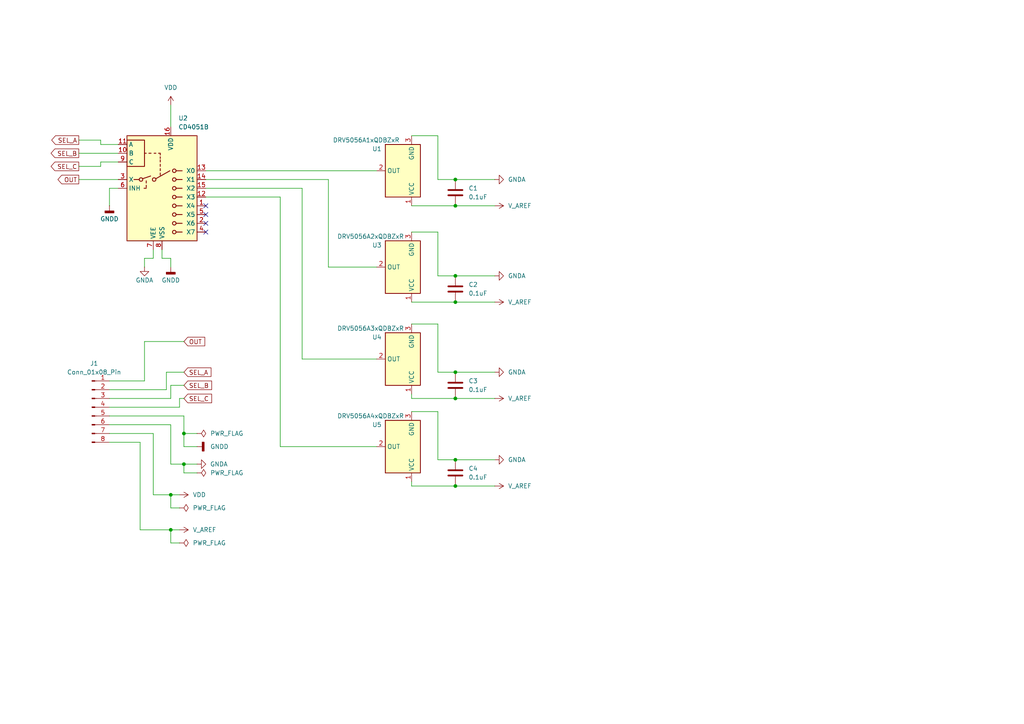
<source format=kicad_sch>
(kicad_sch
	(version 20231120)
	(generator "eeschema")
	(generator_version "8.0")
	(uuid "bc912bb6-7985-407f-bcee-658a2bff2f4b")
	(paper "A4")
	(lib_symbols
		(symbol "Analog_Switch:CD4051B"
			(exclude_from_sim no)
			(in_bom yes)
			(on_board yes)
			(property "Reference" "U"
				(at -10.16 16.51 0)
				(effects
					(font
						(size 1.27 1.27)
					)
					(justify left)
				)
			)
			(property "Value" "CD4051B"
				(at 3.81 16.51 0)
				(effects
					(font
						(size 1.27 1.27)
					)
					(justify left)
				)
			)
			(property "Footprint" ""
				(at 3.81 -19.05 0)
				(effects
					(font
						(size 1.27 1.27)
					)
					(justify left)
					(hide yes)
				)
			)
			(property "Datasheet" "http://www.ti.com/lit/ds/symlink/cd4052b.pdf"
				(at -0.508 2.54 0)
				(effects
					(font
						(size 1.27 1.27)
					)
					(hide yes)
				)
			)
			(property "Description" "CMOS single 8-channel analog multiplexer demultiplexer, TSSOP-16/DIP-16/SOIC-16"
				(at 0 0 0)
				(effects
					(font
						(size 1.27 1.27)
					)
					(hide yes)
				)
			)
			(property "ki_keywords" "analog switch selector multiplexer"
				(at 0 0 0)
				(effects
					(font
						(size 1.27 1.27)
					)
					(hide yes)
				)
			)
			(property "ki_fp_filters" "TSSOP*4.4x5mm*P0.65mm* DIP*W7.62* SOIC*3.9x9.9mm*P1.27mm* SO*5.3x10.2mm*P1.27mm*"
				(at 0 0 0)
				(effects
					(font
						(size 1.27 1.27)
					)
					(hide yes)
				)
			)
			(symbol "CD4051B_0_1"
				(rectangle
					(start -10.16 6.35)
					(end -5.08 13.97)
					(stroke
						(width 0.254)
						(type default)
					)
					(fill
						(type none)
					)
				)
				(rectangle
					(start -10.16 15.24)
					(end 10.16 -15.24)
					(stroke
						(width 0.254)
						(type default)
					)
					(fill
						(type background)
					)
				)
				(circle
					(center -6.096 2.54)
					(radius 0.508)
					(stroke
						(width 0.254)
						(type default)
					)
					(fill
						(type none)
					)
				)
				(circle
					(center -2.286 2.54)
					(radius 0.508)
					(stroke
						(width 0.254)
						(type default)
					)
					(fill
						(type none)
					)
				)
				(polyline
					(pts
						(xy -8.128 2.54) (xy -6.604 2.54)
					)
					(stroke
						(width 0.254)
						(type default)
					)
					(fill
						(type none)
					)
				)
				(polyline
					(pts
						(xy -5.588 2.794) (xy -3.302 3.556)
					)
					(stroke
						(width 0.254)
						(type default)
					)
					(fill
						(type none)
					)
				)
				(polyline
					(pts
						(xy -4.572 0) (xy -5.207 0)
					)
					(stroke
						(width 0.254)
						(type default)
					)
					(fill
						(type none)
					)
				)
				(polyline
					(pts
						(xy -4.572 0.254) (xy -4.572 0.889)
					)
					(stroke
						(width 0.254)
						(type default)
					)
					(fill
						(type none)
					)
				)
				(polyline
					(pts
						(xy -4.572 1.524) (xy -4.572 2.159)
					)
					(stroke
						(width 0.254)
						(type default)
					)
					(fill
						(type none)
					)
				)
				(polyline
					(pts
						(xy -4.572 10.16) (xy -5.08 10.16)
					)
					(stroke
						(width 0.254)
						(type default)
					)
					(fill
						(type none)
					)
				)
				(polyline
					(pts
						(xy -3.81 10.16) (xy -3.175 10.16)
					)
					(stroke
						(width 0.254)
						(type default)
					)
					(fill
						(type none)
					)
				)
				(polyline
					(pts
						(xy -1.778 2.794) (xy 2.286 5.08)
					)
					(stroke
						(width 0.254)
						(type default)
					)
					(fill
						(type none)
					)
				)
				(polyline
					(pts
						(xy -1.778 10.16) (xy -2.286 10.16)
					)
					(stroke
						(width 0.254)
						(type default)
					)
					(fill
						(type none)
					)
				)
				(polyline
					(pts
						(xy -0.508 3.81) (xy -0.508 4.445)
					)
					(stroke
						(width 0.254)
						(type default)
					)
					(fill
						(type none)
					)
				)
				(polyline
					(pts
						(xy -0.508 5.08) (xy -0.508 5.715)
					)
					(stroke
						(width 0.254)
						(type default)
					)
					(fill
						(type none)
					)
				)
				(polyline
					(pts
						(xy -0.508 6.35) (xy -0.508 6.985)
					)
					(stroke
						(width 0.254)
						(type default)
					)
					(fill
						(type none)
					)
				)
				(polyline
					(pts
						(xy -0.508 7.62) (xy -0.508 8.255)
					)
					(stroke
						(width 0.254)
						(type default)
					)
					(fill
						(type none)
					)
				)
				(polyline
					(pts
						(xy -0.508 8.636) (xy -0.508 9.144)
					)
					(stroke
						(width 0.254)
						(type default)
					)
					(fill
						(type none)
					)
				)
				(polyline
					(pts
						(xy -0.508 9.652) (xy -0.508 10.16)
					)
					(stroke
						(width 0.254)
						(type default)
					)
					(fill
						(type none)
					)
				)
				(polyline
					(pts
						(xy -0.508 10.16) (xy -1.016 10.16)
					)
					(stroke
						(width 0.254)
						(type default)
					)
					(fill
						(type none)
					)
				)
				(polyline
					(pts
						(xy 4.064 -12.7) (xy 5.842 -12.7)
					)
					(stroke
						(width 0.254)
						(type default)
					)
					(fill
						(type none)
					)
				)
				(polyline
					(pts
						(xy 4.064 -10.16) (xy 5.842 -10.16)
					)
					(stroke
						(width 0.254)
						(type default)
					)
					(fill
						(type none)
					)
				)
				(polyline
					(pts
						(xy 4.064 -7.62) (xy 5.842 -7.62)
					)
					(stroke
						(width 0.254)
						(type default)
					)
					(fill
						(type none)
					)
				)
				(polyline
					(pts
						(xy 4.064 -5.08) (xy 5.842 -5.08)
					)
					(stroke
						(width 0.254)
						(type default)
					)
					(fill
						(type none)
					)
				)
				(polyline
					(pts
						(xy 4.064 -2.54) (xy 5.842 -2.54)
					)
					(stroke
						(width 0.254)
						(type default)
					)
					(fill
						(type none)
					)
				)
				(polyline
					(pts
						(xy 4.064 0) (xy 5.842 0)
					)
					(stroke
						(width 0.254)
						(type default)
					)
					(fill
						(type none)
					)
				)
				(polyline
					(pts
						(xy 4.064 2.54) (xy 5.842 2.54)
					)
					(stroke
						(width 0.254)
						(type default)
					)
					(fill
						(type none)
					)
				)
				(polyline
					(pts
						(xy 4.064 5.08) (xy 5.842 5.08)
					)
					(stroke
						(width 0.254)
						(type default)
					)
					(fill
						(type none)
					)
				)
				(circle
					(center 3.556 -12.7)
					(radius 0.508)
					(stroke
						(width 0.254)
						(type default)
					)
					(fill
						(type none)
					)
				)
				(circle
					(center 3.556 -10.16)
					(radius 0.508)
					(stroke
						(width 0.254)
						(type default)
					)
					(fill
						(type none)
					)
				)
				(circle
					(center 3.556 -7.62)
					(radius 0.508)
					(stroke
						(width 0.254)
						(type default)
					)
					(fill
						(type none)
					)
				)
				(circle
					(center 3.556 -5.08)
					(radius 0.508)
					(stroke
						(width 0.254)
						(type default)
					)
					(fill
						(type none)
					)
				)
				(circle
					(center 3.556 -2.54)
					(radius 0.508)
					(stroke
						(width 0.254)
						(type default)
					)
					(fill
						(type none)
					)
				)
				(circle
					(center 3.556 0)
					(radius 0.508)
					(stroke
						(width 0.254)
						(type default)
					)
					(fill
						(type none)
					)
				)
				(circle
					(center 3.556 2.54)
					(radius 0.508)
					(stroke
						(width 0.254)
						(type default)
					)
					(fill
						(type none)
					)
				)
				(circle
					(center 3.556 5.08)
					(radius 0.508)
					(stroke
						(width 0.254)
						(type default)
					)
					(fill
						(type none)
					)
				)
			)
			(symbol "CD4051B_1_1"
				(pin bidirectional line
					(at 12.7 -5.08 180)
					(length 2.54)
					(name "X4"
						(effects
							(font
								(size 1.27 1.27)
							)
						)
					)
					(number "1"
						(effects
							(font
								(size 1.27 1.27)
							)
						)
					)
				)
				(pin input line
					(at -12.7 10.16 0)
					(length 2.54)
					(name "B"
						(effects
							(font
								(size 1.27 1.27)
							)
						)
					)
					(number "10"
						(effects
							(font
								(size 1.27 1.27)
							)
						)
					)
				)
				(pin input line
					(at -12.7 12.7 0)
					(length 2.54)
					(name "A"
						(effects
							(font
								(size 1.27 1.27)
							)
						)
					)
					(number "11"
						(effects
							(font
								(size 1.27 1.27)
							)
						)
					)
				)
				(pin bidirectional line
					(at 12.7 -2.54 180)
					(length 2.54)
					(name "X3"
						(effects
							(font
								(size 1.27 1.27)
							)
						)
					)
					(number "12"
						(effects
							(font
								(size 1.27 1.27)
							)
						)
					)
				)
				(pin bidirectional line
					(at 12.7 5.08 180)
					(length 2.54)
					(name "X0"
						(effects
							(font
								(size 1.27 1.27)
							)
						)
					)
					(number "13"
						(effects
							(font
								(size 1.27 1.27)
							)
						)
					)
				)
				(pin bidirectional line
					(at 12.7 2.54 180)
					(length 2.54)
					(name "X1"
						(effects
							(font
								(size 1.27 1.27)
							)
						)
					)
					(number "14"
						(effects
							(font
								(size 1.27 1.27)
							)
						)
					)
				)
				(pin bidirectional line
					(at 12.7 0 180)
					(length 2.54)
					(name "X2"
						(effects
							(font
								(size 1.27 1.27)
							)
						)
					)
					(number "15"
						(effects
							(font
								(size 1.27 1.27)
							)
						)
					)
				)
				(pin power_in line
					(at 2.54 17.78 270)
					(length 2.54)
					(name "VDD"
						(effects
							(font
								(size 1.27 1.27)
							)
						)
					)
					(number "16"
						(effects
							(font
								(size 1.27 1.27)
							)
						)
					)
				)
				(pin bidirectional line
					(at 12.7 -10.16 180)
					(length 2.54)
					(name "X6"
						(effects
							(font
								(size 1.27 1.27)
							)
						)
					)
					(number "2"
						(effects
							(font
								(size 1.27 1.27)
							)
						)
					)
				)
				(pin bidirectional line
					(at -12.7 2.54 0)
					(length 2.54)
					(name "X"
						(effects
							(font
								(size 1.27 1.27)
							)
						)
					)
					(number "3"
						(effects
							(font
								(size 1.27 1.27)
							)
						)
					)
				)
				(pin bidirectional line
					(at 12.7 -12.7 180)
					(length 2.54)
					(name "X7"
						(effects
							(font
								(size 1.27 1.27)
							)
						)
					)
					(number "4"
						(effects
							(font
								(size 1.27 1.27)
							)
						)
					)
				)
				(pin bidirectional line
					(at 12.7 -7.62 180)
					(length 2.54)
					(name "X5"
						(effects
							(font
								(size 1.27 1.27)
							)
						)
					)
					(number "5"
						(effects
							(font
								(size 1.27 1.27)
							)
						)
					)
				)
				(pin input line
					(at -12.7 0 0)
					(length 2.54)
					(name "INH"
						(effects
							(font
								(size 1.27 1.27)
							)
						)
					)
					(number "6"
						(effects
							(font
								(size 1.27 1.27)
							)
						)
					)
				)
				(pin power_in line
					(at -2.54 -17.78 90)
					(length 2.54)
					(name "VEE"
						(effects
							(font
								(size 1.27 1.27)
							)
						)
					)
					(number "7"
						(effects
							(font
								(size 1.27 1.27)
							)
						)
					)
				)
				(pin power_in line
					(at 0 -17.78 90)
					(length 2.54)
					(name "VSS"
						(effects
							(font
								(size 1.27 1.27)
							)
						)
					)
					(number "8"
						(effects
							(font
								(size 1.27 1.27)
							)
						)
					)
				)
				(pin input line
					(at -12.7 7.62 0)
					(length 2.54)
					(name "C"
						(effects
							(font
								(size 1.27 1.27)
							)
						)
					)
					(number "9"
						(effects
							(font
								(size 1.27 1.27)
							)
						)
					)
				)
			)
		)
		(symbol "Connector:Conn_01x08_Pin"
			(pin_names
				(offset 1.016) hide)
			(exclude_from_sim no)
			(in_bom yes)
			(on_board yes)
			(property "Reference" "J"
				(at 0 10.16 0)
				(effects
					(font
						(size 1.27 1.27)
					)
				)
			)
			(property "Value" "Conn_01x08_Pin"
				(at 0 -12.7 0)
				(effects
					(font
						(size 1.27 1.27)
					)
				)
			)
			(property "Footprint" ""
				(at 0 0 0)
				(effects
					(font
						(size 1.27 1.27)
					)
					(hide yes)
				)
			)
			(property "Datasheet" "~"
				(at 0 0 0)
				(effects
					(font
						(size 1.27 1.27)
					)
					(hide yes)
				)
			)
			(property "Description" "Generic connector, single row, 01x08, script generated"
				(at 0 0 0)
				(effects
					(font
						(size 1.27 1.27)
					)
					(hide yes)
				)
			)
			(property "ki_locked" ""
				(at 0 0 0)
				(effects
					(font
						(size 1.27 1.27)
					)
				)
			)
			(property "ki_keywords" "connector"
				(at 0 0 0)
				(effects
					(font
						(size 1.27 1.27)
					)
					(hide yes)
				)
			)
			(property "ki_fp_filters" "Connector*:*_1x??_*"
				(at 0 0 0)
				(effects
					(font
						(size 1.27 1.27)
					)
					(hide yes)
				)
			)
			(symbol "Conn_01x08_Pin_1_1"
				(polyline
					(pts
						(xy 1.27 -10.16) (xy 0.8636 -10.16)
					)
					(stroke
						(width 0.1524)
						(type default)
					)
					(fill
						(type none)
					)
				)
				(polyline
					(pts
						(xy 1.27 -7.62) (xy 0.8636 -7.62)
					)
					(stroke
						(width 0.1524)
						(type default)
					)
					(fill
						(type none)
					)
				)
				(polyline
					(pts
						(xy 1.27 -5.08) (xy 0.8636 -5.08)
					)
					(stroke
						(width 0.1524)
						(type default)
					)
					(fill
						(type none)
					)
				)
				(polyline
					(pts
						(xy 1.27 -2.54) (xy 0.8636 -2.54)
					)
					(stroke
						(width 0.1524)
						(type default)
					)
					(fill
						(type none)
					)
				)
				(polyline
					(pts
						(xy 1.27 0) (xy 0.8636 0)
					)
					(stroke
						(width 0.1524)
						(type default)
					)
					(fill
						(type none)
					)
				)
				(polyline
					(pts
						(xy 1.27 2.54) (xy 0.8636 2.54)
					)
					(stroke
						(width 0.1524)
						(type default)
					)
					(fill
						(type none)
					)
				)
				(polyline
					(pts
						(xy 1.27 5.08) (xy 0.8636 5.08)
					)
					(stroke
						(width 0.1524)
						(type default)
					)
					(fill
						(type none)
					)
				)
				(polyline
					(pts
						(xy 1.27 7.62) (xy 0.8636 7.62)
					)
					(stroke
						(width 0.1524)
						(type default)
					)
					(fill
						(type none)
					)
				)
				(rectangle
					(start 0.8636 -10.033)
					(end 0 -10.287)
					(stroke
						(width 0.1524)
						(type default)
					)
					(fill
						(type outline)
					)
				)
				(rectangle
					(start 0.8636 -7.493)
					(end 0 -7.747)
					(stroke
						(width 0.1524)
						(type default)
					)
					(fill
						(type outline)
					)
				)
				(rectangle
					(start 0.8636 -4.953)
					(end 0 -5.207)
					(stroke
						(width 0.1524)
						(type default)
					)
					(fill
						(type outline)
					)
				)
				(rectangle
					(start 0.8636 -2.413)
					(end 0 -2.667)
					(stroke
						(width 0.1524)
						(type default)
					)
					(fill
						(type outline)
					)
				)
				(rectangle
					(start 0.8636 0.127)
					(end 0 -0.127)
					(stroke
						(width 0.1524)
						(type default)
					)
					(fill
						(type outline)
					)
				)
				(rectangle
					(start 0.8636 2.667)
					(end 0 2.413)
					(stroke
						(width 0.1524)
						(type default)
					)
					(fill
						(type outline)
					)
				)
				(rectangle
					(start 0.8636 5.207)
					(end 0 4.953)
					(stroke
						(width 0.1524)
						(type default)
					)
					(fill
						(type outline)
					)
				)
				(rectangle
					(start 0.8636 7.747)
					(end 0 7.493)
					(stroke
						(width 0.1524)
						(type default)
					)
					(fill
						(type outline)
					)
				)
				(pin passive line
					(at 5.08 7.62 180)
					(length 3.81)
					(name "Pin_1"
						(effects
							(font
								(size 1.27 1.27)
							)
						)
					)
					(number "1"
						(effects
							(font
								(size 1.27 1.27)
							)
						)
					)
				)
				(pin passive line
					(at 5.08 5.08 180)
					(length 3.81)
					(name "Pin_2"
						(effects
							(font
								(size 1.27 1.27)
							)
						)
					)
					(number "2"
						(effects
							(font
								(size 1.27 1.27)
							)
						)
					)
				)
				(pin passive line
					(at 5.08 2.54 180)
					(length 3.81)
					(name "Pin_3"
						(effects
							(font
								(size 1.27 1.27)
							)
						)
					)
					(number "3"
						(effects
							(font
								(size 1.27 1.27)
							)
						)
					)
				)
				(pin passive line
					(at 5.08 0 180)
					(length 3.81)
					(name "Pin_4"
						(effects
							(font
								(size 1.27 1.27)
							)
						)
					)
					(number "4"
						(effects
							(font
								(size 1.27 1.27)
							)
						)
					)
				)
				(pin passive line
					(at 5.08 -2.54 180)
					(length 3.81)
					(name "Pin_5"
						(effects
							(font
								(size 1.27 1.27)
							)
						)
					)
					(number "5"
						(effects
							(font
								(size 1.27 1.27)
							)
						)
					)
				)
				(pin passive line
					(at 5.08 -5.08 180)
					(length 3.81)
					(name "Pin_6"
						(effects
							(font
								(size 1.27 1.27)
							)
						)
					)
					(number "6"
						(effects
							(font
								(size 1.27 1.27)
							)
						)
					)
				)
				(pin passive line
					(at 5.08 -7.62 180)
					(length 3.81)
					(name "Pin_7"
						(effects
							(font
								(size 1.27 1.27)
							)
						)
					)
					(number "7"
						(effects
							(font
								(size 1.27 1.27)
							)
						)
					)
				)
				(pin passive line
					(at 5.08 -10.16 180)
					(length 3.81)
					(name "Pin_8"
						(effects
							(font
								(size 1.27 1.27)
							)
						)
					)
					(number "8"
						(effects
							(font
								(size 1.27 1.27)
							)
						)
					)
				)
			)
		)
		(symbol "Device:C"
			(pin_numbers hide)
			(pin_names
				(offset 0.254)
			)
			(exclude_from_sim no)
			(in_bom yes)
			(on_board yes)
			(property "Reference" "C"
				(at 0.635 2.54 0)
				(effects
					(font
						(size 1.27 1.27)
					)
					(justify left)
				)
			)
			(property "Value" "C"
				(at 0.635 -2.54 0)
				(effects
					(font
						(size 1.27 1.27)
					)
					(justify left)
				)
			)
			(property "Footprint" ""
				(at 0.9652 -3.81 0)
				(effects
					(font
						(size 1.27 1.27)
					)
					(hide yes)
				)
			)
			(property "Datasheet" "~"
				(at 0 0 0)
				(effects
					(font
						(size 1.27 1.27)
					)
					(hide yes)
				)
			)
			(property "Description" "Unpolarized capacitor"
				(at 0 0 0)
				(effects
					(font
						(size 1.27 1.27)
					)
					(hide yes)
				)
			)
			(property "ki_keywords" "cap capacitor"
				(at 0 0 0)
				(effects
					(font
						(size 1.27 1.27)
					)
					(hide yes)
				)
			)
			(property "ki_fp_filters" "C_*"
				(at 0 0 0)
				(effects
					(font
						(size 1.27 1.27)
					)
					(hide yes)
				)
			)
			(symbol "C_0_1"
				(polyline
					(pts
						(xy -2.032 -0.762) (xy 2.032 -0.762)
					)
					(stroke
						(width 0.508)
						(type default)
					)
					(fill
						(type none)
					)
				)
				(polyline
					(pts
						(xy -2.032 0.762) (xy 2.032 0.762)
					)
					(stroke
						(width 0.508)
						(type default)
					)
					(fill
						(type none)
					)
				)
			)
			(symbol "C_1_1"
				(pin passive line
					(at 0 3.81 270)
					(length 2.794)
					(name "~"
						(effects
							(font
								(size 1.27 1.27)
							)
						)
					)
					(number "1"
						(effects
							(font
								(size 1.27 1.27)
							)
						)
					)
				)
				(pin passive line
					(at 0 -3.81 90)
					(length 2.794)
					(name "~"
						(effects
							(font
								(size 1.27 1.27)
							)
						)
					)
					(number "2"
						(effects
							(font
								(size 1.27 1.27)
							)
						)
					)
				)
			)
		)
		(symbol "power:GNDA"
			(power)
			(pin_numbers hide)
			(pin_names
				(offset 0) hide)
			(exclude_from_sim no)
			(in_bom yes)
			(on_board yes)
			(property "Reference" "#PWR"
				(at 0 -6.35 0)
				(effects
					(font
						(size 1.27 1.27)
					)
					(hide yes)
				)
			)
			(property "Value" "GNDA"
				(at 0 -3.81 0)
				(effects
					(font
						(size 1.27 1.27)
					)
				)
			)
			(property "Footprint" ""
				(at 0 0 0)
				(effects
					(font
						(size 1.27 1.27)
					)
					(hide yes)
				)
			)
			(property "Datasheet" ""
				(at 0 0 0)
				(effects
					(font
						(size 1.27 1.27)
					)
					(hide yes)
				)
			)
			(property "Description" "Power symbol creates a global label with name \"GNDA\" , analog ground"
				(at 0 0 0)
				(effects
					(font
						(size 1.27 1.27)
					)
					(hide yes)
				)
			)
			(property "ki_keywords" "global power"
				(at 0 0 0)
				(effects
					(font
						(size 1.27 1.27)
					)
					(hide yes)
				)
			)
			(symbol "GNDA_0_1"
				(polyline
					(pts
						(xy 0 0) (xy 0 -1.27) (xy 1.27 -1.27) (xy 0 -2.54) (xy -1.27 -1.27) (xy 0 -1.27)
					)
					(stroke
						(width 0)
						(type default)
					)
					(fill
						(type none)
					)
				)
			)
			(symbol "GNDA_1_1"
				(pin power_in line
					(at 0 0 270)
					(length 0)
					(name "~"
						(effects
							(font
								(size 1.27 1.27)
							)
						)
					)
					(number "1"
						(effects
							(font
								(size 1.27 1.27)
							)
						)
					)
				)
			)
		)
		(symbol "power:GNDD"
			(power)
			(pin_numbers hide)
			(pin_names
				(offset 0) hide)
			(exclude_from_sim no)
			(in_bom yes)
			(on_board yes)
			(property "Reference" "#PWR"
				(at 0 -6.35 0)
				(effects
					(font
						(size 1.27 1.27)
					)
					(hide yes)
				)
			)
			(property "Value" "GNDD"
				(at 0 -3.175 0)
				(effects
					(font
						(size 1.27 1.27)
					)
				)
			)
			(property "Footprint" ""
				(at 0 0 0)
				(effects
					(font
						(size 1.27 1.27)
					)
					(hide yes)
				)
			)
			(property "Datasheet" ""
				(at 0 0 0)
				(effects
					(font
						(size 1.27 1.27)
					)
					(hide yes)
				)
			)
			(property "Description" "Power symbol creates a global label with name \"GNDD\" , digital ground"
				(at 0 0 0)
				(effects
					(font
						(size 1.27 1.27)
					)
					(hide yes)
				)
			)
			(property "ki_keywords" "global power"
				(at 0 0 0)
				(effects
					(font
						(size 1.27 1.27)
					)
					(hide yes)
				)
			)
			(symbol "GNDD_0_1"
				(rectangle
					(start -1.27 -1.524)
					(end 1.27 -2.032)
					(stroke
						(width 0.254)
						(type default)
					)
					(fill
						(type outline)
					)
				)
				(polyline
					(pts
						(xy 0 0) (xy 0 -1.524)
					)
					(stroke
						(width 0)
						(type default)
					)
					(fill
						(type none)
					)
				)
			)
			(symbol "GNDD_1_1"
				(pin power_in line
					(at 0 0 270)
					(length 0)
					(name "~"
						(effects
							(font
								(size 1.27 1.27)
							)
						)
					)
					(number "1"
						(effects
							(font
								(size 1.27 1.27)
							)
						)
					)
				)
			)
		)
		(symbol "power:PWR_FLAG"
			(power)
			(pin_numbers hide)
			(pin_names
				(offset 0) hide)
			(exclude_from_sim no)
			(in_bom yes)
			(on_board yes)
			(property "Reference" "#FLG"
				(at 0 1.905 0)
				(effects
					(font
						(size 1.27 1.27)
					)
					(hide yes)
				)
			)
			(property "Value" "PWR_FLAG"
				(at 0 3.81 0)
				(effects
					(font
						(size 1.27 1.27)
					)
				)
			)
			(property "Footprint" ""
				(at 0 0 0)
				(effects
					(font
						(size 1.27 1.27)
					)
					(hide yes)
				)
			)
			(property "Datasheet" "~"
				(at 0 0 0)
				(effects
					(font
						(size 1.27 1.27)
					)
					(hide yes)
				)
			)
			(property "Description" "Special symbol for telling ERC where power comes from"
				(at 0 0 0)
				(effects
					(font
						(size 1.27 1.27)
					)
					(hide yes)
				)
			)
			(property "ki_keywords" "flag power"
				(at 0 0 0)
				(effects
					(font
						(size 1.27 1.27)
					)
					(hide yes)
				)
			)
			(symbol "PWR_FLAG_0_0"
				(pin power_out line
					(at 0 0 90)
					(length 0)
					(name "~"
						(effects
							(font
								(size 1.27 1.27)
							)
						)
					)
					(number "1"
						(effects
							(font
								(size 1.27 1.27)
							)
						)
					)
				)
			)
			(symbol "PWR_FLAG_0_1"
				(polyline
					(pts
						(xy 0 0) (xy 0 1.27) (xy -1.016 1.905) (xy 0 2.54) (xy 1.016 1.905) (xy 0 1.27)
					)
					(stroke
						(width 0)
						(type default)
					)
					(fill
						(type none)
					)
				)
			)
		)
		(symbol "power:VDD"
			(power)
			(pin_numbers hide)
			(pin_names
				(offset 0) hide)
			(exclude_from_sim no)
			(in_bom yes)
			(on_board yes)
			(property "Reference" "#PWR"
				(at 0 -3.81 0)
				(effects
					(font
						(size 1.27 1.27)
					)
					(hide yes)
				)
			)
			(property "Value" "VDD"
				(at 0 3.556 0)
				(effects
					(font
						(size 1.27 1.27)
					)
				)
			)
			(property "Footprint" ""
				(at 0 0 0)
				(effects
					(font
						(size 1.27 1.27)
					)
					(hide yes)
				)
			)
			(property "Datasheet" ""
				(at 0 0 0)
				(effects
					(font
						(size 1.27 1.27)
					)
					(hide yes)
				)
			)
			(property "Description" "Power symbol creates a global label with name \"VDD\""
				(at 0 0 0)
				(effects
					(font
						(size 1.27 1.27)
					)
					(hide yes)
				)
			)
			(property "ki_keywords" "global power"
				(at 0 0 0)
				(effects
					(font
						(size 1.27 1.27)
					)
					(hide yes)
				)
			)
			(symbol "VDD_0_1"
				(polyline
					(pts
						(xy -0.762 1.27) (xy 0 2.54)
					)
					(stroke
						(width 0)
						(type default)
					)
					(fill
						(type none)
					)
				)
				(polyline
					(pts
						(xy 0 0) (xy 0 2.54)
					)
					(stroke
						(width 0)
						(type default)
					)
					(fill
						(type none)
					)
				)
				(polyline
					(pts
						(xy 0 2.54) (xy 0.762 1.27)
					)
					(stroke
						(width 0)
						(type default)
					)
					(fill
						(type none)
					)
				)
			)
			(symbol "VDD_1_1"
				(pin power_in line
					(at 0 0 90)
					(length 0)
					(name "~"
						(effects
							(font
								(size 1.27 1.27)
							)
						)
					)
					(number "1"
						(effects
							(font
								(size 1.27 1.27)
							)
						)
					)
				)
			)
		)
		(symbol "udong_library:DRV5056A1xQDBZxR"
			(exclude_from_sim no)
			(in_bom yes)
			(on_board yes)
			(property "Reference" "U"
				(at 0.508 9.906 0)
				(effects
					(font
						(size 1.27 1.27)
					)
				)
			)
			(property "Value" "DRV5056A1xQDBZxR"
				(at 7.874 -9.144 0)
				(effects
					(font
						(size 1.27 1.27)
					)
				)
			)
			(property "Footprint" "Package_TO_SOT_SMD:SOT-23"
				(at -10.16 -17.78 0)
				(effects
					(font
						(size 1.27 1.27)
					)
					(hide yes)
				)
			)
			(property "Datasheet" "https://www.ti.com/lit/ds/symlink/drv5056.pdf"
				(at -1.27 -20.32 0)
				(effects
					(font
						(size 1.27 1.27)
					)
					(hide yes)
				)
			)
			(property "Description" "Unipolar 200 mV/mT,+20-mT, 20-kHz, 3.3/5V, SOT-23"
				(at 3.81 -22.86 0)
				(effects
					(font
						(size 1.27 1.27)
					)
					(hide yes)
				)
			)
			(property "ki_keywords" "Unipolar Ratiometric Linear Hall Effect Sensor"
				(at 0 0 0)
				(effects
					(font
						(size 1.27 1.27)
					)
					(hide yes)
				)
			)
			(property "ki_fp_filters" "SOT?23*"
				(at 0 0 0)
				(effects
					(font
						(size 1.27 1.27)
					)
					(hide yes)
				)
			)
			(symbol "DRV5056A1xQDBZxR_1_1"
				(rectangle
					(start -5.08 7.62)
					(end 5.08 -7.62)
					(stroke
						(width 0.254)
						(type default)
					)
					(fill
						(type background)
					)
				)
				(pin power_in line
					(at -2.54 10.16 270)
					(length 2.54)
					(name "VCC"
						(effects
							(font
								(size 1.27 1.27)
							)
						)
					)
					(number "1"
						(effects
							(font
								(size 1.27 1.27)
							)
						)
					)
				)
				(pin output line
					(at 7.62 0 180)
					(length 2.54)
					(name "OUT"
						(effects
							(font
								(size 1.27 1.27)
							)
						)
					)
					(number "2"
						(effects
							(font
								(size 1.27 1.27)
							)
						)
					)
				)
				(pin power_in line
					(at -2.54 -10.16 90)
					(length 2.54)
					(name "GND"
						(effects
							(font
								(size 1.27 1.27)
							)
						)
					)
					(number "3"
						(effects
							(font
								(size 1.27 1.27)
							)
						)
					)
				)
			)
		)
		(symbol "udong_library:DRV5056A2xQDBZxR"
			(exclude_from_sim no)
			(in_bom yes)
			(on_board yes)
			(property "Reference" "U"
				(at 0.508 9.906 0)
				(effects
					(font
						(size 1.27 1.27)
					)
				)
			)
			(property "Value" "DRV5056A2xQDBZxR"
				(at 7.874 -9.144 0)
				(effects
					(font
						(size 1.27 1.27)
					)
				)
			)
			(property "Footprint" "Package_TO_SOT_SMD:SOT-23"
				(at -10.16 -17.78 0)
				(effects
					(font
						(size 1.27 1.27)
					)
					(hide yes)
				)
			)
			(property "Datasheet" "https://www.ti.com/lit/ds/symlink/drv5056.pdf"
				(at -1.524 -19.812 0)
				(effects
					(font
						(size 1.27 1.27)
					)
					(hide yes)
				)
			)
			(property "Description" "Unipolar 100 mV/mT,+39-mT, 20-kHz, 3.3/5V, SOT-23"
				(at -1.524 -22.098 0)
				(effects
					(font
						(size 1.27 1.27)
					)
					(hide yes)
				)
			)
			(property "ki_keywords" "Unipolar Ratiometric Linear Hall Effect Sensor"
				(at 0 0 0)
				(effects
					(font
						(size 1.27 1.27)
					)
					(hide yes)
				)
			)
			(property "ki_fp_filters" "SOT?23*"
				(at 0 0 0)
				(effects
					(font
						(size 1.27 1.27)
					)
					(hide yes)
				)
			)
			(symbol "DRV5056A2xQDBZxR_1_1"
				(rectangle
					(start -5.08 7.62)
					(end 5.08 -7.62)
					(stroke
						(width 0.254)
						(type default)
					)
					(fill
						(type background)
					)
				)
				(pin power_in line
					(at -2.54 10.16 270)
					(length 2.54)
					(name "VCC"
						(effects
							(font
								(size 1.27 1.27)
							)
						)
					)
					(number "1"
						(effects
							(font
								(size 1.27 1.27)
							)
						)
					)
				)
				(pin output line
					(at 7.62 0 180)
					(length 2.54)
					(name "OUT"
						(effects
							(font
								(size 1.27 1.27)
							)
						)
					)
					(number "2"
						(effects
							(font
								(size 1.27 1.27)
							)
						)
					)
				)
				(pin power_in line
					(at -2.54 -10.16 90)
					(length 2.54)
					(name "GND"
						(effects
							(font
								(size 1.27 1.27)
							)
						)
					)
					(number "3"
						(effects
							(font
								(size 1.27 1.27)
							)
						)
					)
				)
			)
		)
		(symbol "udong_library:DRV5056A3xQDBZxR"
			(exclude_from_sim no)
			(in_bom yes)
			(on_board yes)
			(property "Reference" "U"
				(at 0.508 9.906 0)
				(effects
					(font
						(size 1.27 1.27)
					)
				)
			)
			(property "Value" "DRV5056A3xQDBZxR"
				(at 7.874 -9.144 0)
				(effects
					(font
						(size 1.27 1.27)
					)
				)
			)
			(property "Footprint" "Package_TO_SOT_SMD:SOT-23"
				(at -10.16 -17.78 0)
				(effects
					(font
						(size 1.27 1.27)
					)
					(hide yes)
				)
			)
			(property "Datasheet" "https://www.ti.com/lit/ds/symlink/drv5056.pdf"
				(at -1.524 -19.812 0)
				(effects
					(font
						(size 1.27 1.27)
					)
					(hide yes)
				)
			)
			(property "Description" "Unipolar 50 mV/mT,+79-mT, 20-kHz, 3.3/5V, SOT-23"
				(at -1.524 -22.098 0)
				(effects
					(font
						(size 1.27 1.27)
					)
					(hide yes)
				)
			)
			(property "ki_keywords" "Unipolar Ratiometric Linear Hall Effect Sensor"
				(at 0 0 0)
				(effects
					(font
						(size 1.27 1.27)
					)
					(hide yes)
				)
			)
			(property "ki_fp_filters" "SOT?23*"
				(at 0 0 0)
				(effects
					(font
						(size 1.27 1.27)
					)
					(hide yes)
				)
			)
			(symbol "DRV5056A3xQDBZxR_1_1"
				(rectangle
					(start -5.08 7.62)
					(end 5.08 -7.62)
					(stroke
						(width 0.254)
						(type default)
					)
					(fill
						(type background)
					)
				)
				(pin power_in line
					(at -2.54 10.16 270)
					(length 2.54)
					(name "VCC"
						(effects
							(font
								(size 1.27 1.27)
							)
						)
					)
					(number "1"
						(effects
							(font
								(size 1.27 1.27)
							)
						)
					)
				)
				(pin output line
					(at 7.62 0 180)
					(length 2.54)
					(name "OUT"
						(effects
							(font
								(size 1.27 1.27)
							)
						)
					)
					(number "2"
						(effects
							(font
								(size 1.27 1.27)
							)
						)
					)
				)
				(pin power_in line
					(at -2.54 -10.16 90)
					(length 2.54)
					(name "GND"
						(effects
							(font
								(size 1.27 1.27)
							)
						)
					)
					(number "3"
						(effects
							(font
								(size 1.27 1.27)
							)
						)
					)
				)
			)
		)
		(symbol "udong_library:DRV5056A4xQDBZxR"
			(exclude_from_sim no)
			(in_bom yes)
			(on_board yes)
			(property "Reference" "U"
				(at 0.508 9.906 0)
				(effects
					(font
						(size 1.27 1.27)
					)
				)
			)
			(property "Value" "DRV5056A4xQDBZxR"
				(at 7.874 -9.144 0)
				(effects
					(font
						(size 1.27 1.27)
					)
				)
			)
			(property "Footprint" "Package_TO_SOT_SMD:SOT-23"
				(at -10.16 -17.78 0)
				(effects
					(font
						(size 1.27 1.27)
					)
					(hide yes)
				)
			)
			(property "Datasheet" "https://www.ti.com/lit/ds/symlink/drv5056.pdf"
				(at -1.524 -19.812 0)
				(effects
					(font
						(size 1.27 1.27)
					)
					(hide yes)
				)
			)
			(property "Description" "Unipolar 25 mV/mT,+25-mT, 20-kHz, 3.3/5V, SOT-23"
				(at -1.524 -22.098 0)
				(effects
					(font
						(size 1.27 1.27)
					)
					(hide yes)
				)
			)
			(property "ki_keywords" "Unipolar Ratiometric Linear Hall Effect Sensor"
				(at 0 0 0)
				(effects
					(font
						(size 1.27 1.27)
					)
					(hide yes)
				)
			)
			(property "ki_fp_filters" "SOT?23*"
				(at 0 0 0)
				(effects
					(font
						(size 1.27 1.27)
					)
					(hide yes)
				)
			)
			(symbol "DRV5056A4xQDBZxR_1_1"
				(rectangle
					(start -5.08 7.62)
					(end 5.08 -7.62)
					(stroke
						(width 0.254)
						(type default)
					)
					(fill
						(type background)
					)
				)
				(pin power_in line
					(at -2.54 10.16 270)
					(length 2.54)
					(name "VCC"
						(effects
							(font
								(size 1.27 1.27)
							)
						)
					)
					(number "1"
						(effects
							(font
								(size 1.27 1.27)
							)
						)
					)
				)
				(pin output line
					(at 7.62 0 180)
					(length 2.54)
					(name "OUT"
						(effects
							(font
								(size 1.27 1.27)
							)
						)
					)
					(number "2"
						(effects
							(font
								(size 1.27 1.27)
							)
						)
					)
				)
				(pin power_in line
					(at -2.54 -10.16 90)
					(length 2.54)
					(name "GND"
						(effects
							(font
								(size 1.27 1.27)
							)
						)
					)
					(number "3"
						(effects
							(font
								(size 1.27 1.27)
							)
						)
					)
				)
			)
		)
	)
	(junction
		(at 132.08 107.95)
		(diameter 0)
		(color 0 0 0 0)
		(uuid "16945c69-645f-47ef-81c0-01875e656faf")
	)
	(junction
		(at 132.08 115.57)
		(diameter 0)
		(color 0 0 0 0)
		(uuid "38b53e15-d8b8-44d7-9881-97c3f2fba2f2")
	)
	(junction
		(at 49.53 143.51)
		(diameter 0)
		(color 0 0 0 0)
		(uuid "7533b4d5-4e7d-4560-888f-5fae9461769a")
	)
	(junction
		(at 53.34 134.62)
		(diameter 0)
		(color 0 0 0 0)
		(uuid "8415c8e1-31de-4c5e-8804-d2e6541fc21b")
	)
	(junction
		(at 53.34 125.73)
		(diameter 0)
		(color 0 0 0 0)
		(uuid "9c8121ac-32b8-4f95-8011-53ebfdbe08b3")
	)
	(junction
		(at 132.08 87.63)
		(diameter 0)
		(color 0 0 0 0)
		(uuid "9d656e76-5bc0-4285-b75d-c17a029ed3a1")
	)
	(junction
		(at 132.08 80.01)
		(diameter 0)
		(color 0 0 0 0)
		(uuid "b232b55f-09fe-4053-9fb9-78a8762a4587")
	)
	(junction
		(at 132.08 59.69)
		(diameter 0)
		(color 0 0 0 0)
		(uuid "ce4806e9-da70-4727-b812-e349726b2e20")
	)
	(junction
		(at 132.08 140.97)
		(diameter 0)
		(color 0 0 0 0)
		(uuid "cec4ee9d-9123-45fb-83c1-30df855c7111")
	)
	(junction
		(at 49.53 153.67)
		(diameter 0)
		(color 0 0 0 0)
		(uuid "e2229e96-021b-4faf-a5b5-9aea6945472f")
	)
	(junction
		(at 132.08 52.07)
		(diameter 0)
		(color 0 0 0 0)
		(uuid "e6beb141-e55b-4215-880d-ccf1816bcfe7")
	)
	(junction
		(at 132.08 133.35)
		(diameter 0)
		(color 0 0 0 0)
		(uuid "f8cb0977-6ebb-4146-b53a-3e95e3f345c8")
	)
	(no_connect
		(at 59.69 67.31)
		(uuid "0de23b25-fbc1-4fb9-b637-da5d0c0e7fc9")
	)
	(no_connect
		(at 59.69 64.77)
		(uuid "2ebb9e64-6bf6-4eb7-98ae-98ae6110f82b")
	)
	(no_connect
		(at 59.69 59.69)
		(uuid "631072ab-575b-4808-94ec-a39462219dfa")
	)
	(no_connect
		(at 59.69 62.23)
		(uuid "a205a17b-bdfe-41fc-90dd-6adc38003769")
	)
	(wire
		(pts
			(xy 31.75 110.49) (xy 41.91 110.49)
		)
		(stroke
			(width 0)
			(type default)
		)
		(uuid "0121ddbc-04dc-4a8e-9d17-711b56038fed")
	)
	(wire
		(pts
			(xy 52.07 147.32) (xy 49.53 147.32)
		)
		(stroke
			(width 0)
			(type default)
		)
		(uuid "05ce5afb-a70a-4d31-8423-fd3e61a9f31d")
	)
	(wire
		(pts
			(xy 132.08 140.97) (xy 119.38 140.97)
		)
		(stroke
			(width 0)
			(type default)
		)
		(uuid "088fdf62-6191-4e6b-899c-e34ee0657347")
	)
	(wire
		(pts
			(xy 109.22 104.14) (xy 87.63 104.14)
		)
		(stroke
			(width 0)
			(type default)
		)
		(uuid "0a6730b4-6086-4e69-a0f7-ca0c944ced43")
	)
	(wire
		(pts
			(xy 52.07 118.11) (xy 52.07 115.57)
		)
		(stroke
			(width 0)
			(type default)
		)
		(uuid "121182ea-e468-4f17-9705-36a3d5d1b5cb")
	)
	(wire
		(pts
			(xy 57.15 137.16) (xy 53.34 137.16)
		)
		(stroke
			(width 0)
			(type default)
		)
		(uuid "156f3167-c04f-466d-bf4b-87e46776049e")
	)
	(wire
		(pts
			(xy 109.22 77.47) (xy 95.25 77.47)
		)
		(stroke
			(width 0)
			(type default)
		)
		(uuid "1660ac4e-2121-4e45-b876-833798ba6aea")
	)
	(wire
		(pts
			(xy 143.51 107.95) (xy 132.08 107.95)
		)
		(stroke
			(width 0)
			(type default)
		)
		(uuid "170129a5-5d15-4980-ab39-eda6cb92726a")
	)
	(wire
		(pts
			(xy 119.38 140.97) (xy 119.38 139.7)
		)
		(stroke
			(width 0)
			(type default)
		)
		(uuid "187376fd-1151-420c-973e-1bff277b6c5a")
	)
	(wire
		(pts
			(xy 49.53 30.48) (xy 49.53 36.83)
		)
		(stroke
			(width 0)
			(type default)
		)
		(uuid "191267b5-ba96-4cdb-9767-fd7e85b6194b")
	)
	(wire
		(pts
			(xy 53.34 134.62) (xy 57.15 134.62)
		)
		(stroke
			(width 0)
			(type default)
		)
		(uuid "1b2bb4c1-4d37-49de-9b38-8191dc992ada")
	)
	(wire
		(pts
			(xy 127 67.31) (xy 119.38 67.31)
		)
		(stroke
			(width 0)
			(type default)
		)
		(uuid "1b880acf-78d6-4e7f-a950-5ca6a5b11e53")
	)
	(wire
		(pts
			(xy 49.53 115.57) (xy 49.53 111.76)
		)
		(stroke
			(width 0)
			(type default)
		)
		(uuid "241bf82c-0fe7-4a7e-9b23-8e784041a01d")
	)
	(wire
		(pts
			(xy 41.91 99.06) (xy 53.34 99.06)
		)
		(stroke
			(width 0)
			(type default)
		)
		(uuid "2835db8b-2700-4559-93e8-16f5fb6a8d09")
	)
	(wire
		(pts
			(xy 81.28 129.54) (xy 81.28 57.15)
		)
		(stroke
			(width 0)
			(type default)
		)
		(uuid "29dc6471-bd7b-41b2-92b7-3e08d51a9e62")
	)
	(wire
		(pts
			(xy 49.53 143.51) (xy 44.45 143.51)
		)
		(stroke
			(width 0)
			(type default)
		)
		(uuid "29f8a194-3cb3-4cb7-bf30-958db702efcf")
	)
	(wire
		(pts
			(xy 52.07 153.67) (xy 49.53 153.67)
		)
		(stroke
			(width 0)
			(type default)
		)
		(uuid "2bbffd44-c53d-4be2-9db9-cb489d292cfb")
	)
	(wire
		(pts
			(xy 132.08 52.07) (xy 127 52.07)
		)
		(stroke
			(width 0)
			(type default)
		)
		(uuid "2f2b3d00-6062-44ab-84b6-615ee2015761")
	)
	(wire
		(pts
			(xy 95.25 52.07) (xy 59.69 52.07)
		)
		(stroke
			(width 0)
			(type default)
		)
		(uuid "34e7002c-7ace-4657-8345-39cb03cbe7f1")
	)
	(wire
		(pts
			(xy 22.86 52.07) (xy 34.29 52.07)
		)
		(stroke
			(width 0)
			(type default)
		)
		(uuid "35cc42c9-4c09-4035-ae2c-5f6781b78848")
	)
	(wire
		(pts
			(xy 22.86 40.64) (xy 29.21 40.64)
		)
		(stroke
			(width 0)
			(type default)
		)
		(uuid "3a8ed7c8-716c-4c2b-8974-49c416e7419f")
	)
	(wire
		(pts
			(xy 31.75 113.03) (xy 48.26 113.03)
		)
		(stroke
			(width 0)
			(type default)
		)
		(uuid "41805177-1787-4e6a-9209-92947ea5ebf5")
	)
	(wire
		(pts
			(xy 41.91 74.93) (xy 44.45 74.93)
		)
		(stroke
			(width 0)
			(type default)
		)
		(uuid "4443b243-7a46-4952-a0b1-2ebe44a0f1d0")
	)
	(wire
		(pts
			(xy 109.22 129.54) (xy 81.28 129.54)
		)
		(stroke
			(width 0)
			(type default)
		)
		(uuid "4963f6cc-1bd3-4c4d-84a9-86f30fbed80f")
	)
	(wire
		(pts
			(xy 127 52.07) (xy 127 39.37)
		)
		(stroke
			(width 0)
			(type default)
		)
		(uuid "4dfc1a95-6f4c-41b5-bd70-1f6ea926ddc2")
	)
	(wire
		(pts
			(xy 40.64 128.27) (xy 31.75 128.27)
		)
		(stroke
			(width 0)
			(type default)
		)
		(uuid "4e52b3ed-38d2-4cef-ad5f-dfabc91884b3")
	)
	(wire
		(pts
			(xy 119.38 87.63) (xy 132.08 87.63)
		)
		(stroke
			(width 0)
			(type default)
		)
		(uuid "4fcc709c-ad10-4acc-918b-2be9739f54c3")
	)
	(wire
		(pts
			(xy 29.21 46.99) (xy 34.29 46.99)
		)
		(stroke
			(width 0)
			(type default)
		)
		(uuid "52cd931c-754d-4775-9ddf-aeba9beb5758")
	)
	(wire
		(pts
			(xy 53.34 120.65) (xy 31.75 120.65)
		)
		(stroke
			(width 0)
			(type default)
		)
		(uuid "530d34da-9250-4d9d-a2de-d602eaf29977")
	)
	(wire
		(pts
			(xy 44.45 74.93) (xy 44.45 72.39)
		)
		(stroke
			(width 0)
			(type default)
		)
		(uuid "5b491333-a963-4598-b621-c496deb6aeae")
	)
	(wire
		(pts
			(xy 49.53 153.67) (xy 49.53 157.48)
		)
		(stroke
			(width 0)
			(type default)
		)
		(uuid "5f44fc28-1389-41a5-bf6a-d0ed5c2959f7")
	)
	(wire
		(pts
			(xy 143.51 140.97) (xy 132.08 140.97)
		)
		(stroke
			(width 0)
			(type default)
		)
		(uuid "62d56dd1-66e4-4f19-938c-2455ba13e66c")
	)
	(wire
		(pts
			(xy 127 119.38) (xy 127 133.35)
		)
		(stroke
			(width 0)
			(type default)
		)
		(uuid "65bf491e-8560-4fa3-8022-69086e687b2d")
	)
	(wire
		(pts
			(xy 143.51 52.07) (xy 132.08 52.07)
		)
		(stroke
			(width 0)
			(type default)
		)
		(uuid "6639d496-238c-4785-9712-cdf4737e1ad5")
	)
	(wire
		(pts
			(xy 95.25 77.47) (xy 95.25 52.07)
		)
		(stroke
			(width 0)
			(type default)
		)
		(uuid "68dc7052-54ed-4986-bcbb-72d5254e36da")
	)
	(wire
		(pts
			(xy 44.45 143.51) (xy 44.45 125.73)
		)
		(stroke
			(width 0)
			(type default)
		)
		(uuid "68fc2e98-23a5-460b-8683-10cacd067ef0")
	)
	(wire
		(pts
			(xy 119.38 59.69) (xy 132.08 59.69)
		)
		(stroke
			(width 0)
			(type default)
		)
		(uuid "71c56dee-01ca-49b4-8d4b-22cdd2799775")
	)
	(wire
		(pts
			(xy 49.53 111.76) (xy 53.34 111.76)
		)
		(stroke
			(width 0)
			(type default)
		)
		(uuid "7298b5ac-eca0-4521-99d9-23bfc1e2d8d8")
	)
	(wire
		(pts
			(xy 31.75 54.61) (xy 31.75 59.69)
		)
		(stroke
			(width 0)
			(type default)
		)
		(uuid "76b7ca12-cf46-46df-8519-5292e49e3e6f")
	)
	(wire
		(pts
			(xy 127 93.98) (xy 119.38 93.98)
		)
		(stroke
			(width 0)
			(type default)
		)
		(uuid "790cb6e3-f03c-4f69-9b7e-c35e7d9a7a76")
	)
	(wire
		(pts
			(xy 41.91 110.49) (xy 41.91 99.06)
		)
		(stroke
			(width 0)
			(type default)
		)
		(uuid "79cc6348-e42e-411f-acdc-2218e68d9d00")
	)
	(wire
		(pts
			(xy 87.63 54.61) (xy 59.69 54.61)
		)
		(stroke
			(width 0)
			(type default)
		)
		(uuid "79fd37a4-dd74-49c3-8768-19089d877265")
	)
	(wire
		(pts
			(xy 53.34 129.54) (xy 57.15 129.54)
		)
		(stroke
			(width 0)
			(type default)
		)
		(uuid "7c8a6f48-638a-40ce-bd2e-ddc4117bdd58")
	)
	(wire
		(pts
			(xy 127 119.38) (xy 119.38 119.38)
		)
		(stroke
			(width 0)
			(type default)
		)
		(uuid "7d584345-2c6c-40e7-82f7-0754fa650211")
	)
	(wire
		(pts
			(xy 44.45 125.73) (xy 31.75 125.73)
		)
		(stroke
			(width 0)
			(type default)
		)
		(uuid "8b740f12-9b45-4bd7-84b2-1deb7cb924ab")
	)
	(wire
		(pts
			(xy 59.69 49.53) (xy 109.22 49.53)
		)
		(stroke
			(width 0)
			(type default)
		)
		(uuid "8d2c9a63-dd5a-42fa-aad3-17b36012a4fc")
	)
	(wire
		(pts
			(xy 127 67.31) (xy 127 80.01)
		)
		(stroke
			(width 0)
			(type default)
		)
		(uuid "8d3bc371-947f-4337-9fdc-e7ee48621c48")
	)
	(wire
		(pts
			(xy 46.99 74.93) (xy 46.99 72.39)
		)
		(stroke
			(width 0)
			(type default)
		)
		(uuid "8d4c173e-7880-4707-893b-09c9d26ff0a7")
	)
	(wire
		(pts
			(xy 49.53 147.32) (xy 49.53 143.51)
		)
		(stroke
			(width 0)
			(type default)
		)
		(uuid "91da6ba3-73d6-4b7d-87cc-5d6c8c00facc")
	)
	(wire
		(pts
			(xy 132.08 115.57) (xy 119.38 115.57)
		)
		(stroke
			(width 0)
			(type default)
		)
		(uuid "9497c9de-6e75-4dca-b8ec-1b11a0d91fc2")
	)
	(wire
		(pts
			(xy 81.28 57.15) (xy 59.69 57.15)
		)
		(stroke
			(width 0)
			(type default)
		)
		(uuid "970dd6a4-b970-44f3-95ef-b2472f873244")
	)
	(wire
		(pts
			(xy 53.34 129.54) (xy 53.34 125.73)
		)
		(stroke
			(width 0)
			(type default)
		)
		(uuid "99d67743-a3cc-44ea-8530-b35ddac88311")
	)
	(wire
		(pts
			(xy 49.53 123.19) (xy 31.75 123.19)
		)
		(stroke
			(width 0)
			(type default)
		)
		(uuid "9e6f3e92-7095-4fb7-a8b0-6d50e9aae5d3")
	)
	(wire
		(pts
			(xy 127 39.37) (xy 119.38 39.37)
		)
		(stroke
			(width 0)
			(type default)
		)
		(uuid "a2d86973-418c-424a-a6ca-44477afb8e70")
	)
	(wire
		(pts
			(xy 53.34 125.73) (xy 53.34 120.65)
		)
		(stroke
			(width 0)
			(type default)
		)
		(uuid "a4179155-b495-46d7-a360-d26bb8bfde06")
	)
	(wire
		(pts
			(xy 29.21 41.91) (xy 34.29 41.91)
		)
		(stroke
			(width 0)
			(type default)
		)
		(uuid "a5696e24-bf2b-42f4-9e3b-3c4d05eb2eca")
	)
	(wire
		(pts
			(xy 53.34 134.62) (xy 53.34 137.16)
		)
		(stroke
			(width 0)
			(type default)
		)
		(uuid "a9d16047-3fa8-4ed4-9d55-f63ca49d2827")
	)
	(wire
		(pts
			(xy 48.26 113.03) (xy 48.26 107.95)
		)
		(stroke
			(width 0)
			(type default)
		)
		(uuid "aa7e0306-49c3-4ffc-af61-24e395de2d64")
	)
	(wire
		(pts
			(xy 49.53 134.62) (xy 53.34 134.62)
		)
		(stroke
			(width 0)
			(type default)
		)
		(uuid "abda1328-2c17-43e2-9507-7ee8bebfd248")
	)
	(wire
		(pts
			(xy 49.53 143.51) (xy 52.07 143.51)
		)
		(stroke
			(width 0)
			(type default)
		)
		(uuid "b08be62a-3123-4338-8d18-03cabac63b21")
	)
	(wire
		(pts
			(xy 143.51 115.57) (xy 132.08 115.57)
		)
		(stroke
			(width 0)
			(type default)
		)
		(uuid "b3a3c8f3-d5db-42b9-853e-ed0972301ffe")
	)
	(wire
		(pts
			(xy 31.75 118.11) (xy 52.07 118.11)
		)
		(stroke
			(width 0)
			(type default)
		)
		(uuid "b73a7e83-35ad-499f-ba08-83c8adcc7fec")
	)
	(wire
		(pts
			(xy 34.29 54.61) (xy 31.75 54.61)
		)
		(stroke
			(width 0)
			(type default)
		)
		(uuid "b84b2dba-eb25-46f6-b178-8b12f0a79aa4")
	)
	(wire
		(pts
			(xy 132.08 59.69) (xy 143.51 59.69)
		)
		(stroke
			(width 0)
			(type default)
		)
		(uuid "b97302cf-5714-4588-9866-1e734066fc13")
	)
	(wire
		(pts
			(xy 29.21 40.64) (xy 29.21 41.91)
		)
		(stroke
			(width 0)
			(type default)
		)
		(uuid "b98da2ed-a49d-481d-afb1-c493e77a55fa")
	)
	(wire
		(pts
			(xy 127 80.01) (xy 132.08 80.01)
		)
		(stroke
			(width 0)
			(type default)
		)
		(uuid "b99c7ca4-ea92-4468-bd8a-d21fa357bd78")
	)
	(wire
		(pts
			(xy 87.63 104.14) (xy 87.63 54.61)
		)
		(stroke
			(width 0)
			(type default)
		)
		(uuid "bb3fa18a-b1a7-4a3a-919c-c327f2c0f86e")
	)
	(wire
		(pts
			(xy 29.21 48.26) (xy 29.21 46.99)
		)
		(stroke
			(width 0)
			(type default)
		)
		(uuid "beaff024-d1f9-4f6a-9fa4-44731a152f94")
	)
	(wire
		(pts
			(xy 52.07 157.48) (xy 49.53 157.48)
		)
		(stroke
			(width 0)
			(type default)
		)
		(uuid "bfb17d9e-5daa-49a5-8280-4a04229764d1")
	)
	(wire
		(pts
			(xy 31.75 115.57) (xy 49.53 115.57)
		)
		(stroke
			(width 0)
			(type default)
		)
		(uuid "c18afbd1-ec14-47c0-a577-19a80be7d406")
	)
	(wire
		(pts
			(xy 132.08 107.95) (xy 127 107.95)
		)
		(stroke
			(width 0)
			(type default)
		)
		(uuid "c27cfd23-3fc0-40f1-b91b-8da049c1f719")
	)
	(wire
		(pts
			(xy 132.08 87.63) (xy 143.51 87.63)
		)
		(stroke
			(width 0)
			(type default)
		)
		(uuid "c2ac8d0f-8423-43e1-8501-ce1495dc1b43")
	)
	(wire
		(pts
			(xy 49.53 74.93) (xy 46.99 74.93)
		)
		(stroke
			(width 0)
			(type default)
		)
		(uuid "cc66c551-a0bf-41e8-b687-4a633aebbd4f")
	)
	(wire
		(pts
			(xy 52.07 115.57) (xy 53.34 115.57)
		)
		(stroke
			(width 0)
			(type default)
		)
		(uuid "d2d2084f-7b73-44b0-9260-9994b66f4546")
	)
	(wire
		(pts
			(xy 132.08 80.01) (xy 143.51 80.01)
		)
		(stroke
			(width 0)
			(type default)
		)
		(uuid "d66bf063-67b2-43f7-b7f7-5b47b53bb7e7")
	)
	(wire
		(pts
			(xy 22.86 48.26) (xy 29.21 48.26)
		)
		(stroke
			(width 0)
			(type default)
		)
		(uuid "d6d3d581-f5cb-44b9-b289-30cd9c8fc828")
	)
	(wire
		(pts
			(xy 132.08 133.35) (xy 143.51 133.35)
		)
		(stroke
			(width 0)
			(type default)
		)
		(uuid "dd697c5b-5f2a-498d-8367-8bb1b894c6e4")
	)
	(wire
		(pts
			(xy 40.64 128.27) (xy 40.64 153.67)
		)
		(stroke
			(width 0)
			(type default)
		)
		(uuid "e00b4125-017a-4d6f-8d5f-feb69c9a3b59")
	)
	(wire
		(pts
			(xy 53.34 125.73) (xy 57.15 125.73)
		)
		(stroke
			(width 0)
			(type default)
		)
		(uuid "e6511ced-6652-4b0f-a154-4bd6c1c63dd8")
	)
	(wire
		(pts
			(xy 41.91 77.47) (xy 41.91 74.93)
		)
		(stroke
			(width 0)
			(type default)
		)
		(uuid "e8d61983-ab71-46a6-8acd-42641e52732d")
	)
	(wire
		(pts
			(xy 127 133.35) (xy 132.08 133.35)
		)
		(stroke
			(width 0)
			(type default)
		)
		(uuid "eb8552fc-d033-46ed-bbc1-45eaf5ee0e6d")
	)
	(wire
		(pts
			(xy 49.53 153.67) (xy 40.64 153.67)
		)
		(stroke
			(width 0)
			(type default)
		)
		(uuid "ee57d095-9712-4f11-8d8f-e0fa92422f69")
	)
	(wire
		(pts
			(xy 49.53 134.62) (xy 49.53 123.19)
		)
		(stroke
			(width 0)
			(type default)
		)
		(uuid "f34e58c1-fff4-4a03-85b2-c0798e81747e")
	)
	(wire
		(pts
			(xy 48.26 107.95) (xy 53.34 107.95)
		)
		(stroke
			(width 0)
			(type default)
		)
		(uuid "f45f2933-b4e0-4008-8ea8-dbce58752f44")
	)
	(wire
		(pts
			(xy 22.86 44.45) (xy 34.29 44.45)
		)
		(stroke
			(width 0)
			(type default)
		)
		(uuid "f53a4b1f-8ff9-4a34-ae05-5cb035916152")
	)
	(wire
		(pts
			(xy 119.38 115.57) (xy 119.38 114.3)
		)
		(stroke
			(width 0)
			(type default)
		)
		(uuid "f7af4bcb-e5b5-4388-8108-bbfd6ec27ddb")
	)
	(wire
		(pts
			(xy 49.53 74.93) (xy 49.53 77.47)
		)
		(stroke
			(width 0)
			(type default)
		)
		(uuid "f86bf086-fff2-4e2b-95f4-3c14ead62c7a")
	)
	(wire
		(pts
			(xy 127 107.95) (xy 127 93.98)
		)
		(stroke
			(width 0)
			(type default)
		)
		(uuid "faa627f5-e329-4e14-b374-e9edc88237fa")
	)
	(global_label "SEL_B"
		(shape input)
		(at 53.34 111.76 0)
		(fields_autoplaced yes)
		(effects
			(font
				(size 1.27 1.27)
			)
			(justify left)
		)
		(uuid "11d89425-a95d-4028-959c-7060d25545eb")
		(property "Intersheetrefs" "${INTERSHEET_REFS}"
			(at 61.9494 111.76 0)
			(effects
				(font
					(size 1.27 1.27)
				)
				(justify left)
				(hide yes)
			)
		)
	)
	(global_label "SEL_A"
		(shape output)
		(at 22.86 40.64 180)
		(fields_autoplaced yes)
		(effects
			(font
				(size 1.27 1.27)
			)
			(justify right)
		)
		(uuid "13a883b7-435d-4846-a0bc-2657a8da4eb5")
		(property "Intersheetrefs" "${INTERSHEET_REFS}"
			(at 14.432 40.64 0)
			(effects
				(font
					(size 1.27 1.27)
				)
				(justify right)
				(hide yes)
			)
		)
	)
	(global_label "SEL_C"
		(shape input)
		(at 53.34 115.57 0)
		(fields_autoplaced yes)
		(effects
			(font
				(size 1.27 1.27)
			)
			(justify left)
		)
		(uuid "1daa41e6-13ee-420a-9c4a-68e609d3a833")
		(property "Intersheetrefs" "${INTERSHEET_REFS}"
			(at 61.9494 115.57 0)
			(effects
				(font
					(size 1.27 1.27)
				)
				(justify left)
				(hide yes)
			)
		)
	)
	(global_label "SEL_A"
		(shape input)
		(at 53.34 107.95 0)
		(fields_autoplaced yes)
		(effects
			(font
				(size 1.27 1.27)
			)
			(justify left)
		)
		(uuid "292a9916-51af-49d1-86f6-2edcb4ff90c9")
		(property "Intersheetrefs" "${INTERSHEET_REFS}"
			(at 61.768 107.95 0)
			(effects
				(font
					(size 1.27 1.27)
				)
				(justify left)
				(hide yes)
			)
		)
	)
	(global_label "OUT"
		(shape output)
		(at 22.86 52.07 180)
		(fields_autoplaced yes)
		(effects
			(font
				(size 1.27 1.27)
			)
			(justify right)
		)
		(uuid "63d4ac41-e017-4ccf-acc2-d9299b7e0fbb")
		(property "Intersheetrefs" "${INTERSHEET_REFS}"
			(at 16.2462 52.07 0)
			(effects
				(font
					(size 1.27 1.27)
				)
				(justify right)
				(hide yes)
			)
		)
	)
	(global_label "OUT"
		(shape input)
		(at 53.34 99.06 0)
		(fields_autoplaced yes)
		(effects
			(font
				(size 1.27 1.27)
			)
			(justify left)
		)
		(uuid "675ba0f1-e679-44fe-ba96-c3295bb13365")
		(property "Intersheetrefs" "${INTERSHEET_REFS}"
			(at 59.9538 99.06 0)
			(effects
				(font
					(size 1.27 1.27)
				)
				(justify left)
				(hide yes)
			)
		)
	)
	(global_label "SEL_B"
		(shape output)
		(at 22.86 44.45 180)
		(fields_autoplaced yes)
		(effects
			(font
				(size 1.27 1.27)
			)
			(justify right)
		)
		(uuid "99d4a2f9-210b-448a-b45c-1f2d0655e844")
		(property "Intersheetrefs" "${INTERSHEET_REFS}"
			(at 14.2506 44.45 0)
			(effects
				(font
					(size 1.27 1.27)
				)
				(justify right)
				(hide yes)
			)
		)
	)
	(global_label "SEL_C"
		(shape output)
		(at 22.86 48.26 180)
		(fields_autoplaced yes)
		(effects
			(font
				(size 1.27 1.27)
			)
			(justify right)
		)
		(uuid "ca55f5a1-52db-4447-adbb-00089217c82b")
		(property "Intersheetrefs" "${INTERSHEET_REFS}"
			(at 14.2506 48.26 0)
			(effects
				(font
					(size 1.27 1.27)
				)
				(justify right)
				(hide yes)
			)
		)
	)
	(symbol
		(lib_id "power:GNDA")
		(at 143.51 107.95 90)
		(unit 1)
		(exclude_from_sim no)
		(in_bom yes)
		(on_board yes)
		(dnp no)
		(uuid "00636d3a-79a3-4b97-9fd0-c7fb4d55760d")
		(property "Reference" "#PWR07"
			(at 149.86 107.95 0)
			(effects
				(font
					(size 1.27 1.27)
				)
				(hide yes)
			)
		)
		(property "Value" "GNDA"
			(at 147.32 107.9499 90)
			(effects
				(font
					(size 1.27 1.27)
				)
				(justify right)
			)
		)
		(property "Footprint" ""
			(at 143.51 107.95 0)
			(effects
				(font
					(size 1.27 1.27)
				)
				(hide yes)
			)
		)
		(property "Datasheet" ""
			(at 143.51 107.95 0)
			(effects
				(font
					(size 1.27 1.27)
				)
				(hide yes)
			)
		)
		(property "Description" "Power symbol creates a global label with name \"GNDA\" , analog ground"
			(at 143.51 107.95 0)
			(effects
				(font
					(size 1.27 1.27)
				)
				(hide yes)
			)
		)
		(pin "1"
			(uuid "74a1bb83-60cc-403e-93da-0e770e64a0bb")
		)
		(instances
			(project "analog_switch_tester"
				(path "/bc912bb6-7985-407f-bcee-658a2bff2f4b"
					(reference "#PWR07")
					(unit 1)
				)
			)
		)
	)
	(symbol
		(lib_id "power:PWR_FLAG")
		(at 57.15 137.16 270)
		(unit 1)
		(exclude_from_sim no)
		(in_bom yes)
		(on_board yes)
		(dnp no)
		(fields_autoplaced yes)
		(uuid "08b41895-cb51-4ae2-8444-430050234542")
		(property "Reference" "#FLG03"
			(at 59.055 137.16 0)
			(effects
				(font
					(size 1.27 1.27)
				)
				(hide yes)
			)
		)
		(property "Value" "PWR_FLAG"
			(at 60.96 137.1599 90)
			(effects
				(font
					(size 1.27 1.27)
				)
				(justify left)
			)
		)
		(property "Footprint" ""
			(at 57.15 137.16 0)
			(effects
				(font
					(size 1.27 1.27)
				)
				(hide yes)
			)
		)
		(property "Datasheet" "~"
			(at 57.15 137.16 0)
			(effects
				(font
					(size 1.27 1.27)
				)
				(hide yes)
			)
		)
		(property "Description" "Special symbol for telling ERC where power comes from"
			(at 57.15 137.16 0)
			(effects
				(font
					(size 1.27 1.27)
				)
				(hide yes)
			)
		)
		(pin "1"
			(uuid "1aaca91f-689f-453d-9b5b-0d65e1ee4804")
		)
		(instances
			(project "analog_switch_tester"
				(path "/bc912bb6-7985-407f-bcee-658a2bff2f4b"
					(reference "#FLG03")
					(unit 1)
				)
			)
		)
	)
	(symbol
		(lib_id "udong_library:DRV5056A1xQDBZxR")
		(at 116.84 49.53 180)
		(unit 1)
		(exclude_from_sim no)
		(in_bom yes)
		(on_board yes)
		(dnp no)
		(uuid "0c05c665-af00-4441-8a78-9a0739d50e21")
		(property "Reference" "U1"
			(at 107.95 43.18 0)
			(effects
				(font
					(size 1.27 1.27)
				)
				(justify right)
			)
		)
		(property "Value" "DRV5056A1xQDBZxR"
			(at 96.52 40.64 0)
			(effects
				(font
					(size 1.27 1.27)
				)
				(justify right)
			)
		)
		(property "Footprint" "Package_TO_SOT_SMD:SOT-23"
			(at 127 31.75 0)
			(effects
				(font
					(size 1.27 1.27)
				)
				(hide yes)
			)
		)
		(property "Datasheet" "https://www.ti.com/lit/ds/symlink/drv5056.pdf"
			(at 118.11 29.21 0)
			(effects
				(font
					(size 1.27 1.27)
				)
				(hide yes)
			)
		)
		(property "Description" "Unipolar 200 mV/mT,+20-mT, 20-kHz, 3.3/5V, SOT-23"
			(at 113.03 26.67 0)
			(effects
				(font
					(size 1.27 1.27)
				)
				(hide yes)
			)
		)
		(pin "2"
			(uuid "4e4f3043-355d-416d-82f6-6347284cee4f")
		)
		(pin "1"
			(uuid "c8904587-fe5c-406b-9f25-9d1f5798b920")
		)
		(pin "3"
			(uuid "84de0d07-0aa3-43da-8a92-8b91d13d445e")
		)
		(instances
			(project ""
				(path "/bc912bb6-7985-407f-bcee-658a2bff2f4b"
					(reference "U1")
					(unit 1)
				)
			)
		)
	)
	(symbol
		(lib_id "power:VDD")
		(at 143.51 115.57 270)
		(unit 1)
		(exclude_from_sim no)
		(in_bom yes)
		(on_board yes)
		(dnp no)
		(uuid "197607c1-8607-4e96-ab50-c461341c216b")
		(property "Reference" "#PWR014"
			(at 139.7 115.57 0)
			(effects
				(font
					(size 1.27 1.27)
				)
				(hide yes)
			)
		)
		(property "Value" "V_AREF"
			(at 147.32 115.5699 90)
			(effects
				(font
					(size 1.27 1.27)
				)
				(justify left)
			)
		)
		(property "Footprint" ""
			(at 143.51 115.57 0)
			(effects
				(font
					(size 1.27 1.27)
				)
				(hide yes)
			)
		)
		(property "Datasheet" ""
			(at 143.51 115.57 0)
			(effects
				(font
					(size 1.27 1.27)
				)
				(hide yes)
			)
		)
		(property "Description" "Power symbol creates a global label with name \"VDD\""
			(at 143.51 115.57 0)
			(effects
				(font
					(size 1.27 1.27)
				)
				(hide yes)
			)
		)
		(pin "1"
			(uuid "e209169f-ced3-474d-a66d-9d84029448dc")
		)
		(instances
			(project "analog_switch_tester"
				(path "/bc912bb6-7985-407f-bcee-658a2bff2f4b"
					(reference "#PWR014")
					(unit 1)
				)
			)
		)
	)
	(symbol
		(lib_id "power:VDD")
		(at 52.07 153.67 270)
		(unit 1)
		(exclude_from_sim no)
		(in_bom yes)
		(on_board yes)
		(dnp no)
		(uuid "1ab8367c-065c-4108-b892-fff6a455d5aa")
		(property "Reference" "#PWR012"
			(at 48.26 153.67 0)
			(effects
				(font
					(size 1.27 1.27)
				)
				(hide yes)
			)
		)
		(property "Value" "V_AREF"
			(at 55.88 153.6699 90)
			(effects
				(font
					(size 1.27 1.27)
				)
				(justify left)
			)
		)
		(property "Footprint" ""
			(at 52.07 153.67 0)
			(effects
				(font
					(size 1.27 1.27)
				)
				(hide yes)
			)
		)
		(property "Datasheet" ""
			(at 52.07 153.67 0)
			(effects
				(font
					(size 1.27 1.27)
				)
				(hide yes)
			)
		)
		(property "Description" "Power symbol creates a global label with name \"VDD\""
			(at 52.07 153.67 0)
			(effects
				(font
					(size 1.27 1.27)
				)
				(hide yes)
			)
		)
		(pin "1"
			(uuid "7a6131b0-fac9-451f-bde8-d37364a0fb20")
		)
		(instances
			(project "analog_switch_tester"
				(path "/bc912bb6-7985-407f-bcee-658a2bff2f4b"
					(reference "#PWR012")
					(unit 1)
				)
			)
		)
	)
	(symbol
		(lib_id "power:PWR_FLAG")
		(at 57.15 125.73 270)
		(unit 1)
		(exclude_from_sim no)
		(in_bom yes)
		(on_board yes)
		(dnp no)
		(fields_autoplaced yes)
		(uuid "2bb4d15d-1850-4d63-8fec-0654c3de3430")
		(property "Reference" "#FLG04"
			(at 59.055 125.73 0)
			(effects
				(font
					(size 1.27 1.27)
				)
				(hide yes)
			)
		)
		(property "Value" "PWR_FLAG"
			(at 60.96 125.7299 90)
			(effects
				(font
					(size 1.27 1.27)
				)
				(justify left)
			)
		)
		(property "Footprint" ""
			(at 57.15 125.73 0)
			(effects
				(font
					(size 1.27 1.27)
				)
				(hide yes)
			)
		)
		(property "Datasheet" "~"
			(at 57.15 125.73 0)
			(effects
				(font
					(size 1.27 1.27)
				)
				(hide yes)
			)
		)
		(property "Description" "Special symbol for telling ERC where power comes from"
			(at 57.15 125.73 0)
			(effects
				(font
					(size 1.27 1.27)
				)
				(hide yes)
			)
		)
		(pin "1"
			(uuid "b86632a3-8fec-44c5-8032-4bff58088aca")
		)
		(instances
			(project "analog_switch_tester"
				(path "/bc912bb6-7985-407f-bcee-658a2bff2f4b"
					(reference "#FLG04")
					(unit 1)
				)
			)
		)
	)
	(symbol
		(lib_id "power:GNDA")
		(at 57.15 134.62 90)
		(unit 1)
		(exclude_from_sim no)
		(in_bom yes)
		(on_board yes)
		(dnp no)
		(uuid "4e2562cd-9418-43a2-a102-25ccefe73658")
		(property "Reference" "#PWR010"
			(at 63.5 134.62 0)
			(effects
				(font
					(size 1.27 1.27)
				)
				(hide yes)
			)
		)
		(property "Value" "GNDA"
			(at 63.5 134.62 90)
			(effects
				(font
					(size 1.27 1.27)
				)
			)
		)
		(property "Footprint" ""
			(at 57.15 134.62 0)
			(effects
				(font
					(size 1.27 1.27)
				)
				(hide yes)
			)
		)
		(property "Datasheet" ""
			(at 57.15 134.62 0)
			(effects
				(font
					(size 1.27 1.27)
				)
				(hide yes)
			)
		)
		(property "Description" "Power symbol creates a global label with name \"GNDA\" , analog ground"
			(at 57.15 134.62 0)
			(effects
				(font
					(size 1.27 1.27)
				)
				(hide yes)
			)
		)
		(pin "1"
			(uuid "ef7cc154-90a9-4b00-b430-098e0d629953")
		)
		(instances
			(project "analog_switch_tester"
				(path "/bc912bb6-7985-407f-bcee-658a2bff2f4b"
					(reference "#PWR010")
					(unit 1)
				)
			)
		)
	)
	(symbol
		(lib_id "power:VDD")
		(at 52.07 143.51 270)
		(unit 1)
		(exclude_from_sim no)
		(in_bom yes)
		(on_board yes)
		(dnp no)
		(uuid "52aa38dc-146e-4cf5-a832-e1bffbdbf2af")
		(property "Reference" "#PWR06"
			(at 48.26 143.51 0)
			(effects
				(font
					(size 1.27 1.27)
				)
				(hide yes)
			)
		)
		(property "Value" "VDD"
			(at 55.88 143.5099 90)
			(effects
				(font
					(size 1.27 1.27)
				)
				(justify left)
			)
		)
		(property "Footprint" ""
			(at 52.07 143.51 0)
			(effects
				(font
					(size 1.27 1.27)
				)
				(hide yes)
			)
		)
		(property "Datasheet" ""
			(at 52.07 143.51 0)
			(effects
				(font
					(size 1.27 1.27)
				)
				(hide yes)
			)
		)
		(property "Description" "Power symbol creates a global label with name \"VDD\""
			(at 52.07 143.51 0)
			(effects
				(font
					(size 1.27 1.27)
				)
				(hide yes)
			)
		)
		(pin "1"
			(uuid "144ffc2f-bd78-48ef-8fe7-dba264485fc5")
		)
		(instances
			(project "analog_switch_tester"
				(path "/bc912bb6-7985-407f-bcee-658a2bff2f4b"
					(reference "#PWR06")
					(unit 1)
				)
			)
		)
	)
	(symbol
		(lib_id "power:PWR_FLAG")
		(at 52.07 157.48 270)
		(unit 1)
		(exclude_from_sim no)
		(in_bom yes)
		(on_board yes)
		(dnp no)
		(fields_autoplaced yes)
		(uuid "577d6331-4d6c-42ba-a51b-bbfdce23472a")
		(property "Reference" "#FLG01"
			(at 53.975 157.48 0)
			(effects
				(font
					(size 1.27 1.27)
				)
				(hide yes)
			)
		)
		(property "Value" "PWR_FLAG"
			(at 55.88 157.4799 90)
			(effects
				(font
					(size 1.27 1.27)
				)
				(justify left)
			)
		)
		(property "Footprint" ""
			(at 52.07 157.48 0)
			(effects
				(font
					(size 1.27 1.27)
				)
				(hide yes)
			)
		)
		(property "Datasheet" "~"
			(at 52.07 157.48 0)
			(effects
				(font
					(size 1.27 1.27)
				)
				(hide yes)
			)
		)
		(property "Description" "Special symbol for telling ERC where power comes from"
			(at 52.07 157.48 0)
			(effects
				(font
					(size 1.27 1.27)
				)
				(hide yes)
			)
		)
		(pin "1"
			(uuid "49cc27b1-7bf8-4d20-8c1a-3efbad22d725")
		)
		(instances
			(project ""
				(path "/bc912bb6-7985-407f-bcee-658a2bff2f4b"
					(reference "#FLG01")
					(unit 1)
				)
			)
		)
	)
	(symbol
		(lib_id "power:GNDA")
		(at 143.51 80.01 90)
		(unit 1)
		(exclude_from_sim no)
		(in_bom yes)
		(on_board yes)
		(dnp no)
		(fields_autoplaced yes)
		(uuid "5bb16ce7-7811-4796-8f73-8a2c2015c7e8")
		(property "Reference" "#PWR04"
			(at 149.86 80.01 0)
			(effects
				(font
					(size 1.27 1.27)
				)
				(hide yes)
			)
		)
		(property "Value" "GNDA"
			(at 147.32 80.0099 90)
			(effects
				(font
					(size 1.27 1.27)
				)
				(justify right)
			)
		)
		(property "Footprint" ""
			(at 143.51 80.01 0)
			(effects
				(font
					(size 1.27 1.27)
				)
				(hide yes)
			)
		)
		(property "Datasheet" ""
			(at 143.51 80.01 0)
			(effects
				(font
					(size 1.27 1.27)
				)
				(hide yes)
			)
		)
		(property "Description" "Power symbol creates a global label with name \"GNDA\" , analog ground"
			(at 143.51 80.01 0)
			(effects
				(font
					(size 1.27 1.27)
				)
				(hide yes)
			)
		)
		(pin "1"
			(uuid "34dd00b5-0962-4e4c-a509-f53006570f47")
		)
		(instances
			(project "analog_switch_tester"
				(path "/bc912bb6-7985-407f-bcee-658a2bff2f4b"
					(reference "#PWR04")
					(unit 1)
				)
			)
		)
	)
	(symbol
		(lib_id "Device:C")
		(at 132.08 111.76 0)
		(unit 1)
		(exclude_from_sim no)
		(in_bom yes)
		(on_board yes)
		(dnp no)
		(fields_autoplaced yes)
		(uuid "5d5fa57f-61a1-4fa8-86f4-57304260f8fa")
		(property "Reference" "C3"
			(at 135.89 110.4899 0)
			(effects
				(font
					(size 1.27 1.27)
				)
				(justify left)
			)
		)
		(property "Value" "0.1uF"
			(at 135.89 113.0299 0)
			(effects
				(font
					(size 1.27 1.27)
				)
				(justify left)
			)
		)
		(property "Footprint" ""
			(at 133.0452 115.57 0)
			(effects
				(font
					(size 1.27 1.27)
				)
				(hide yes)
			)
		)
		(property "Datasheet" "~"
			(at 132.08 111.76 0)
			(effects
				(font
					(size 1.27 1.27)
				)
				(hide yes)
			)
		)
		(property "Description" "Unpolarized capacitor"
			(at 132.08 111.76 0)
			(effects
				(font
					(size 1.27 1.27)
				)
				(hide yes)
			)
		)
		(pin "1"
			(uuid "0f903755-4896-4409-9152-2367f7330944")
		)
		(pin "2"
			(uuid "14842168-8ccc-415e-90bf-44375b88886f")
		)
		(instances
			(project "analog_switch_tester"
				(path "/bc912bb6-7985-407f-bcee-658a2bff2f4b"
					(reference "C3")
					(unit 1)
				)
			)
		)
	)
	(symbol
		(lib_id "Device:C")
		(at 132.08 55.88 0)
		(unit 1)
		(exclude_from_sim no)
		(in_bom yes)
		(on_board yes)
		(dnp no)
		(fields_autoplaced yes)
		(uuid "5eaa73e1-7701-4ade-97bb-4de2c77bf962")
		(property "Reference" "C1"
			(at 135.89 54.6099 0)
			(effects
				(font
					(size 1.27 1.27)
				)
				(justify left)
			)
		)
		(property "Value" "0.1uF"
			(at 135.89 57.1499 0)
			(effects
				(font
					(size 1.27 1.27)
				)
				(justify left)
			)
		)
		(property "Footprint" ""
			(at 133.0452 59.69 0)
			(effects
				(font
					(size 1.27 1.27)
				)
				(hide yes)
			)
		)
		(property "Datasheet" "~"
			(at 132.08 55.88 0)
			(effects
				(font
					(size 1.27 1.27)
				)
				(hide yes)
			)
		)
		(property "Description" "Unpolarized capacitor"
			(at 132.08 55.88 0)
			(effects
				(font
					(size 1.27 1.27)
				)
				(hide yes)
			)
		)
		(pin "1"
			(uuid "d1588cfd-afe6-4af6-9a3a-3caf85b459d9")
		)
		(pin "2"
			(uuid "e6ade7d5-8e73-4d88-afa4-1c13bd27b3ae")
		)
		(instances
			(project ""
				(path "/bc912bb6-7985-407f-bcee-658a2bff2f4b"
					(reference "C1")
					(unit 1)
				)
			)
		)
	)
	(symbol
		(lib_id "Analog_Switch:CD4051B")
		(at 46.99 54.61 0)
		(unit 1)
		(exclude_from_sim no)
		(in_bom yes)
		(on_board yes)
		(dnp no)
		(fields_autoplaced yes)
		(uuid "61f16f6c-dfcd-4ee2-af02-5bcae7fc38b7")
		(property "Reference" "U2"
			(at 51.7241 34.29 0)
			(effects
				(font
					(size 1.27 1.27)
				)
				(justify left)
			)
		)
		(property "Value" "CD4051B"
			(at 51.7241 36.83 0)
			(effects
				(font
					(size 1.27 1.27)
				)
				(justify left)
			)
		)
		(property "Footprint" "Package_DIP:DIP-16_W7.62mm"
			(at 50.8 73.66 0)
			(effects
				(font
					(size 1.27 1.27)
				)
				(justify left)
				(hide yes)
			)
		)
		(property "Datasheet" "http://www.ti.com/lit/ds/symlink/cd4052b.pdf"
			(at 46.482 52.07 0)
			(effects
				(font
					(size 1.27 1.27)
				)
				(hide yes)
			)
		)
		(property "Description" "CMOS single 8-channel analog multiplexer demultiplexer, TSSOP-16/DIP-16/SOIC-16"
			(at 46.99 54.61 0)
			(effects
				(font
					(size 1.27 1.27)
				)
				(hide yes)
			)
		)
		(pin "12"
			(uuid "759dace0-26d6-4d26-89c8-b2e229d37553")
		)
		(pin "3"
			(uuid "19dbed86-597f-40c9-8bba-4c3e257f428f")
		)
		(pin "2"
			(uuid "e819e840-4e5a-40f1-b6f6-83a2d0bf1161")
		)
		(pin "13"
			(uuid "18e1533a-4cb3-453b-b18f-0fe15ef98ef9")
		)
		(pin "7"
			(uuid "c212b6c5-a2cf-4792-b23f-0c262129ca1f")
		)
		(pin "4"
			(uuid "4f636963-ee06-434f-8f65-b0bc349b00bb")
		)
		(pin "9"
			(uuid "b28b58a2-149b-486e-a00f-b84838e4fc59")
		)
		(pin "5"
			(uuid "166d32d4-e3cb-47f4-8708-4f417ae8a06e")
		)
		(pin "1"
			(uuid "c02de897-ce05-46cf-850b-846c3d3fcd4b")
		)
		(pin "14"
			(uuid "ec81375a-9e0b-4d3d-ada8-7484df12da1c")
		)
		(pin "16"
			(uuid "bf9ffc63-7786-49b3-9ec1-7c3cd8b0ef7e")
		)
		(pin "11"
			(uuid "a91914c8-a12c-4cf4-92fa-bf20ce5222de")
		)
		(pin "15"
			(uuid "2793e34a-d99e-4313-b3cf-7d8fd531ebc2")
		)
		(pin "10"
			(uuid "7ed9c0e0-5335-4bd7-97e5-26dba9f537b5")
		)
		(pin "8"
			(uuid "8f557818-ce99-4805-aedf-eab2b96f970b")
		)
		(pin "6"
			(uuid "4e33ead4-4fad-4edb-84a5-b5a682c65a51")
		)
		(instances
			(project ""
				(path "/bc912bb6-7985-407f-bcee-658a2bff2f4b"
					(reference "U2")
					(unit 1)
				)
			)
		)
	)
	(symbol
		(lib_id "udong_library:DRV5056A3xQDBZxR")
		(at 116.84 104.14 180)
		(unit 1)
		(exclude_from_sim no)
		(in_bom yes)
		(on_board yes)
		(dnp no)
		(uuid "6faf5a2c-509c-4e00-be0e-97de4cdd444e")
		(property "Reference" "U4"
			(at 107.95 97.79 0)
			(effects
				(font
					(size 1.27 1.27)
				)
				(justify right)
			)
		)
		(property "Value" "DRV5056A3xQDBZxR"
			(at 97.79 95.25 0)
			(effects
				(font
					(size 1.27 1.27)
				)
				(justify right)
			)
		)
		(property "Footprint" "Package_TO_SOT_SMD:SOT-23"
			(at 127 86.36 0)
			(effects
				(font
					(size 1.27 1.27)
				)
				(hide yes)
			)
		)
		(property "Datasheet" "https://www.ti.com/lit/ds/symlink/drv5056.pdf"
			(at 118.364 84.328 0)
			(effects
				(font
					(size 1.27 1.27)
				)
				(hide yes)
			)
		)
		(property "Description" "Unipolar 50 mV/mT,+79-mT, 20-kHz, 3.3/5V, SOT-23"
			(at 118.364 82.042 0)
			(effects
				(font
					(size 1.27 1.27)
				)
				(hide yes)
			)
		)
		(pin "2"
			(uuid "b63296d9-d648-4fa5-b293-53187f162536")
		)
		(pin "3"
			(uuid "ddd3b9a9-074f-4b78-9fba-c26bdea5a8ec")
		)
		(pin "1"
			(uuid "240c7508-b873-42a6-a96b-d0fdc45f6bce")
		)
		(instances
			(project ""
				(path "/bc912bb6-7985-407f-bcee-658a2bff2f4b"
					(reference "U4")
					(unit 1)
				)
			)
		)
	)
	(symbol
		(lib_id "Device:C")
		(at 132.08 137.16 0)
		(unit 1)
		(exclude_from_sim no)
		(in_bom yes)
		(on_board yes)
		(dnp no)
		(fields_autoplaced yes)
		(uuid "7d533d59-8bb3-4390-8676-b04ad138de60")
		(property "Reference" "C4"
			(at 135.89 135.8899 0)
			(effects
				(font
					(size 1.27 1.27)
				)
				(justify left)
			)
		)
		(property "Value" "0.1uF"
			(at 135.89 138.4299 0)
			(effects
				(font
					(size 1.27 1.27)
				)
				(justify left)
			)
		)
		(property "Footprint" ""
			(at 133.0452 140.97 0)
			(effects
				(font
					(size 1.27 1.27)
				)
				(hide yes)
			)
		)
		(property "Datasheet" "~"
			(at 132.08 137.16 0)
			(effects
				(font
					(size 1.27 1.27)
				)
				(hide yes)
			)
		)
		(property "Description" "Unpolarized capacitor"
			(at 132.08 137.16 0)
			(effects
				(font
					(size 1.27 1.27)
				)
				(hide yes)
			)
		)
		(pin "1"
			(uuid "fb8e963b-3e8c-4714-acce-1c6234960305")
		)
		(pin "2"
			(uuid "40bdde52-fdb2-4094-a2e2-03ea82a128e4")
		)
		(instances
			(project "analog_switch_tester"
				(path "/bc912bb6-7985-407f-bcee-658a2bff2f4b"
					(reference "C4")
					(unit 1)
				)
			)
		)
	)
	(symbol
		(lib_id "power:GNDA")
		(at 143.51 133.35 90)
		(unit 1)
		(exclude_from_sim no)
		(in_bom yes)
		(on_board yes)
		(dnp no)
		(uuid "86d7fca2-6c57-4bde-b075-01b7281c9956")
		(property "Reference" "#PWR08"
			(at 149.86 133.35 0)
			(effects
				(font
					(size 1.27 1.27)
				)
				(hide yes)
			)
		)
		(property "Value" "GNDA"
			(at 147.32 133.3499 90)
			(effects
				(font
					(size 1.27 1.27)
				)
				(justify right)
			)
		)
		(property "Footprint" ""
			(at 143.51 133.35 0)
			(effects
				(font
					(size 1.27 1.27)
				)
				(hide yes)
			)
		)
		(property "Datasheet" ""
			(at 143.51 133.35 0)
			(effects
				(font
					(size 1.27 1.27)
				)
				(hide yes)
			)
		)
		(property "Description" "Power symbol creates a global label with name \"GNDA\" , analog ground"
			(at 143.51 133.35 0)
			(effects
				(font
					(size 1.27 1.27)
				)
				(hide yes)
			)
		)
		(pin "1"
			(uuid "8dcbaae9-e76e-447d-aafe-6fdc2318d3b9")
		)
		(instances
			(project "analog_switch_tester"
				(path "/bc912bb6-7985-407f-bcee-658a2bff2f4b"
					(reference "#PWR08")
					(unit 1)
				)
			)
		)
	)
	(symbol
		(lib_id "power:VDD")
		(at 143.51 59.69 270)
		(unit 1)
		(exclude_from_sim no)
		(in_bom yes)
		(on_board yes)
		(dnp no)
		(uuid "88dc27d8-1fe2-4b19-b243-375fe8871976")
		(property "Reference" "#PWR016"
			(at 139.7 59.69 0)
			(effects
				(font
					(size 1.27 1.27)
				)
				(hide yes)
			)
		)
		(property "Value" "V_AREF"
			(at 147.32 59.6899 90)
			(effects
				(font
					(size 1.27 1.27)
				)
				(justify left)
			)
		)
		(property "Footprint" ""
			(at 143.51 59.69 0)
			(effects
				(font
					(size 1.27 1.27)
				)
				(hide yes)
			)
		)
		(property "Datasheet" ""
			(at 143.51 59.69 0)
			(effects
				(font
					(size 1.27 1.27)
				)
				(hide yes)
			)
		)
		(property "Description" "Power symbol creates a global label with name \"VDD\""
			(at 143.51 59.69 0)
			(effects
				(font
					(size 1.27 1.27)
				)
				(hide yes)
			)
		)
		(pin "1"
			(uuid "f1d587ab-7ed8-4832-a84b-29e72b62a9b3")
		)
		(instances
			(project "analog_switch_tester"
				(path "/bc912bb6-7985-407f-bcee-658a2bff2f4b"
					(reference "#PWR016")
					(unit 1)
				)
			)
		)
	)
	(symbol
		(lib_id "udong_library:DRV5056A2xQDBZxR")
		(at 116.84 77.47 180)
		(unit 1)
		(exclude_from_sim no)
		(in_bom yes)
		(on_board yes)
		(dnp no)
		(uuid "9fc1757a-62ba-45f8-bc16-64417875af77")
		(property "Reference" "U3"
			(at 107.95 71.12 0)
			(effects
				(font
					(size 1.27 1.27)
				)
				(justify right)
			)
		)
		(property "Value" "DRV5056A2xQDBZxR"
			(at 97.79 68.58 0)
			(effects
				(font
					(size 1.27 1.27)
				)
				(justify right)
			)
		)
		(property "Footprint" "Package_TO_SOT_SMD:SOT-23"
			(at 127 59.69 0)
			(effects
				(font
					(size 1.27 1.27)
				)
				(hide yes)
			)
		)
		(property "Datasheet" "https://www.ti.com/lit/ds/symlink/drv5056.pdf"
			(at 118.364 57.658 0)
			(effects
				(font
					(size 1.27 1.27)
				)
				(hide yes)
			)
		)
		(property "Description" "Unipolar 100 mV/mT,+39-mT, 20-kHz, 3.3/5V, SOT-23"
			(at 118.364 55.372 0)
			(effects
				(font
					(size 1.27 1.27)
				)
				(hide yes)
			)
		)
		(pin "3"
			(uuid "bb0848d7-0ec1-4d93-babc-66755ec01c69")
		)
		(pin "1"
			(uuid "b36db79a-703f-47a5-b9b5-0678c89b166a")
		)
		(pin "2"
			(uuid "31a30e7d-bc14-478d-98e4-6139f455cc9b")
		)
		(instances
			(project ""
				(path "/bc912bb6-7985-407f-bcee-658a2bff2f4b"
					(reference "U3")
					(unit 1)
				)
			)
		)
	)
	(symbol
		(lib_id "power:VDD")
		(at 143.51 140.97 270)
		(unit 1)
		(exclude_from_sim no)
		(in_bom yes)
		(on_board yes)
		(dnp no)
		(uuid "a303b852-2838-4213-8949-f6a4d7d445f0")
		(property "Reference" "#PWR013"
			(at 139.7 140.97 0)
			(effects
				(font
					(size 1.27 1.27)
				)
				(hide yes)
			)
		)
		(property "Value" "V_AREF"
			(at 147.32 140.9699 90)
			(effects
				(font
					(size 1.27 1.27)
				)
				(justify left)
			)
		)
		(property "Footprint" ""
			(at 143.51 140.97 0)
			(effects
				(font
					(size 1.27 1.27)
				)
				(hide yes)
			)
		)
		(property "Datasheet" ""
			(at 143.51 140.97 0)
			(effects
				(font
					(size 1.27 1.27)
				)
				(hide yes)
			)
		)
		(property "Description" "Power symbol creates a global label with name \"VDD\""
			(at 143.51 140.97 0)
			(effects
				(font
					(size 1.27 1.27)
				)
				(hide yes)
			)
		)
		(pin "1"
			(uuid "e8fa40b5-0a59-4d65-b39b-c0e85616611c")
		)
		(instances
			(project "analog_switch_tester"
				(path "/bc912bb6-7985-407f-bcee-658a2bff2f4b"
					(reference "#PWR013")
					(unit 1)
				)
			)
		)
	)
	(symbol
		(lib_id "Device:C")
		(at 132.08 83.82 0)
		(unit 1)
		(exclude_from_sim no)
		(in_bom yes)
		(on_board yes)
		(dnp no)
		(fields_autoplaced yes)
		(uuid "a6b3502d-ff57-4956-86bb-c5394937b00c")
		(property "Reference" "C2"
			(at 135.89 82.5499 0)
			(effects
				(font
					(size 1.27 1.27)
				)
				(justify left)
			)
		)
		(property "Value" "0.1uF"
			(at 135.89 85.0899 0)
			(effects
				(font
					(size 1.27 1.27)
				)
				(justify left)
			)
		)
		(property "Footprint" ""
			(at 133.0452 87.63 0)
			(effects
				(font
					(size 1.27 1.27)
				)
				(hide yes)
			)
		)
		(property "Datasheet" "~"
			(at 132.08 83.82 0)
			(effects
				(font
					(size 1.27 1.27)
				)
				(hide yes)
			)
		)
		(property "Description" "Unpolarized capacitor"
			(at 132.08 83.82 0)
			(effects
				(font
					(size 1.27 1.27)
				)
				(hide yes)
			)
		)
		(pin "1"
			(uuid "54096c59-32de-4882-8706-1f88ef418ead")
		)
		(pin "2"
			(uuid "43c0bcb0-b798-48f8-964c-5edf0fa1f564")
		)
		(instances
			(project "analog_switch_tester"
				(path "/bc912bb6-7985-407f-bcee-658a2bff2f4b"
					(reference "C2")
					(unit 1)
				)
			)
		)
	)
	(symbol
		(lib_id "power:GNDD")
		(at 49.53 77.47 0)
		(unit 1)
		(exclude_from_sim no)
		(in_bom yes)
		(on_board yes)
		(dnp no)
		(fields_autoplaced yes)
		(uuid "c0aa5d3e-c992-4e7e-8151-238a6eb7daa7")
		(property "Reference" "#PWR03"
			(at 49.53 83.82 0)
			(effects
				(font
					(size 1.27 1.27)
				)
				(hide yes)
			)
		)
		(property "Value" "GNDD"
			(at 49.53 81.28 0)
			(effects
				(font
					(size 1.27 1.27)
				)
			)
		)
		(property "Footprint" ""
			(at 49.53 77.47 0)
			(effects
				(font
					(size 1.27 1.27)
				)
				(hide yes)
			)
		)
		(property "Datasheet" ""
			(at 49.53 77.47 0)
			(effects
				(font
					(size 1.27 1.27)
				)
				(hide yes)
			)
		)
		(property "Description" "Power symbol creates a global label with name \"GNDD\" , digital ground"
			(at 49.53 77.47 0)
			(effects
				(font
					(size 1.27 1.27)
				)
				(hide yes)
			)
		)
		(pin "1"
			(uuid "707a61be-027e-47d4-82ed-0bbcdc0cbd07")
		)
		(instances
			(project ""
				(path "/bc912bb6-7985-407f-bcee-658a2bff2f4b"
					(reference "#PWR03")
					(unit 1)
				)
			)
		)
	)
	(symbol
		(lib_id "power:GNDD")
		(at 31.75 59.69 0)
		(unit 1)
		(exclude_from_sim no)
		(in_bom yes)
		(on_board yes)
		(dnp no)
		(fields_autoplaced yes)
		(uuid "c7bf535a-0d56-4654-a146-06f1ed090bd1")
		(property "Reference" "#PWR09"
			(at 31.75 66.04 0)
			(effects
				(font
					(size 1.27 1.27)
				)
				(hide yes)
			)
		)
		(property "Value" "GNDD"
			(at 31.75 63.5 0)
			(effects
				(font
					(size 1.27 1.27)
				)
			)
		)
		(property "Footprint" ""
			(at 31.75 59.69 0)
			(effects
				(font
					(size 1.27 1.27)
				)
				(hide yes)
			)
		)
		(property "Datasheet" ""
			(at 31.75 59.69 0)
			(effects
				(font
					(size 1.27 1.27)
				)
				(hide yes)
			)
		)
		(property "Description" "Power symbol creates a global label with name \"GNDD\" , digital ground"
			(at 31.75 59.69 0)
			(effects
				(font
					(size 1.27 1.27)
				)
				(hide yes)
			)
		)
		(pin "1"
			(uuid "a7e131d1-8680-433d-b3e8-bba9814a461a")
		)
		(instances
			(project "analog_switch_tester"
				(path "/bc912bb6-7985-407f-bcee-658a2bff2f4b"
					(reference "#PWR09")
					(unit 1)
				)
			)
		)
	)
	(symbol
		(lib_id "power:VDD")
		(at 143.51 87.63 270)
		(unit 1)
		(exclude_from_sim no)
		(in_bom yes)
		(on_board yes)
		(dnp no)
		(uuid "cb70b3d5-b575-47b9-9f12-29fef6dc742f")
		(property "Reference" "#PWR015"
			(at 139.7 87.63 0)
			(effects
				(font
					(size 1.27 1.27)
				)
				(hide yes)
			)
		)
		(property "Value" "V_AREF"
			(at 147.32 87.6299 90)
			(effects
				(font
					(size 1.27 1.27)
				)
				(justify left)
			)
		)
		(property "Footprint" ""
			(at 143.51 87.63 0)
			(effects
				(font
					(size 1.27 1.27)
				)
				(hide yes)
			)
		)
		(property "Datasheet" ""
			(at 143.51 87.63 0)
			(effects
				(font
					(size 1.27 1.27)
				)
				(hide yes)
			)
		)
		(property "Description" "Power symbol creates a global label with name \"VDD\""
			(at 143.51 87.63 0)
			(effects
				(font
					(size 1.27 1.27)
				)
				(hide yes)
			)
		)
		(pin "1"
			(uuid "433f014d-ef7d-4963-81cc-ec64afd43b48")
		)
		(instances
			(project "analog_switch_tester"
				(path "/bc912bb6-7985-407f-bcee-658a2bff2f4b"
					(reference "#PWR015")
					(unit 1)
				)
			)
		)
	)
	(symbol
		(lib_id "power:VDD")
		(at 49.53 30.48 0)
		(unit 1)
		(exclude_from_sim no)
		(in_bom yes)
		(on_board yes)
		(dnp no)
		(fields_autoplaced yes)
		(uuid "cf952c2a-0180-4fb0-803b-10758f7f3517")
		(property "Reference" "#PWR05"
			(at 49.53 34.29 0)
			(effects
				(font
					(size 1.27 1.27)
				)
				(hide yes)
			)
		)
		(property "Value" "VDD"
			(at 49.53 25.4 0)
			(effects
				(font
					(size 1.27 1.27)
				)
			)
		)
		(property "Footprint" ""
			(at 49.53 30.48 0)
			(effects
				(font
					(size 1.27 1.27)
				)
				(hide yes)
			)
		)
		(property "Datasheet" ""
			(at 49.53 30.48 0)
			(effects
				(font
					(size 1.27 1.27)
				)
				(hide yes)
			)
		)
		(property "Description" "Power symbol creates a global label with name \"VDD\""
			(at 49.53 30.48 0)
			(effects
				(font
					(size 1.27 1.27)
				)
				(hide yes)
			)
		)
		(pin "1"
			(uuid "dd99f857-ceec-4e3d-8bf3-6fb67707faee")
		)
		(instances
			(project ""
				(path "/bc912bb6-7985-407f-bcee-658a2bff2f4b"
					(reference "#PWR05")
					(unit 1)
				)
			)
		)
	)
	(symbol
		(lib_id "power:GNDD")
		(at 57.15 129.54 90)
		(unit 1)
		(exclude_from_sim no)
		(in_bom yes)
		(on_board yes)
		(dnp no)
		(fields_autoplaced yes)
		(uuid "e0050a06-b196-4a85-b493-74e1e8009cba")
		(property "Reference" "#PWR011"
			(at 63.5 129.54 0)
			(effects
				(font
					(size 1.27 1.27)
				)
				(hide yes)
			)
		)
		(property "Value" "GNDD"
			(at 60.96 129.5399 90)
			(effects
				(font
					(size 1.27 1.27)
				)
				(justify right)
			)
		)
		(property "Footprint" ""
			(at 57.15 129.54 0)
			(effects
				(font
					(size 1.27 1.27)
				)
				(hide yes)
			)
		)
		(property "Datasheet" ""
			(at 57.15 129.54 0)
			(effects
				(font
					(size 1.27 1.27)
				)
				(hide yes)
			)
		)
		(property "Description" "Power symbol creates a global label with name \"GNDD\" , digital ground"
			(at 57.15 129.54 0)
			(effects
				(font
					(size 1.27 1.27)
				)
				(hide yes)
			)
		)
		(pin "1"
			(uuid "ac939934-2158-4ad4-8ac6-8d66ace73cf6")
		)
		(instances
			(project "analog_switch_tester"
				(path "/bc912bb6-7985-407f-bcee-658a2bff2f4b"
					(reference "#PWR011")
					(unit 1)
				)
			)
		)
	)
	(symbol
		(lib_id "Connector:Conn_01x08_Pin")
		(at 26.67 118.11 0)
		(unit 1)
		(exclude_from_sim no)
		(in_bom yes)
		(on_board yes)
		(dnp no)
		(fields_autoplaced yes)
		(uuid "e63a8af1-e4e2-4b68-81f6-ecbd6bdbe794")
		(property "Reference" "J1"
			(at 27.305 105.41 0)
			(effects
				(font
					(size 1.27 1.27)
				)
			)
		)
		(property "Value" "Conn_01x08_Pin"
			(at 27.305 107.95 0)
			(effects
				(font
					(size 1.27 1.27)
				)
			)
		)
		(property "Footprint" "Connector_JST:JST_EH_B8B-EH-A_1x08_P2.50mm_Vertical"
			(at 26.67 118.11 0)
			(effects
				(font
					(size 1.27 1.27)
				)
				(hide yes)
			)
		)
		(property "Datasheet" "~"
			(at 26.67 118.11 0)
			(effects
				(font
					(size 1.27 1.27)
				)
				(hide yes)
			)
		)
		(property "Description" "Generic connector, single row, 01x08, script generated"
			(at 26.67 118.11 0)
			(effects
				(font
					(size 1.27 1.27)
				)
				(hide yes)
			)
		)
		(pin "6"
			(uuid "3117cc07-49be-420a-8079-a4dddc980d61")
		)
		(pin "2"
			(uuid "f592506f-3ac5-4d69-98e3-5af249bb35bd")
		)
		(pin "3"
			(uuid "7572ab6e-3cfb-47b5-9b58-99fe7c9c0ed7")
		)
		(pin "8"
			(uuid "227a0b11-d286-4a49-a48c-daaa38a5e8c8")
		)
		(pin "1"
			(uuid "ecbd53fd-51f5-48e5-a54b-a0a2b0edf27e")
		)
		(pin "4"
			(uuid "2bbce78e-0936-4f86-819c-31228e119634")
		)
		(pin "7"
			(uuid "416fb4bb-dfc5-4356-a31d-23e9258171f5")
		)
		(pin "5"
			(uuid "320786fa-5b60-4bf3-bb42-0e4cb158b6a1")
		)
		(instances
			(project ""
				(path "/bc912bb6-7985-407f-bcee-658a2bff2f4b"
					(reference "J1")
					(unit 1)
				)
			)
		)
	)
	(symbol
		(lib_id "udong_library:DRV5056A4xQDBZxR")
		(at 116.84 129.54 180)
		(unit 1)
		(exclude_from_sim no)
		(in_bom yes)
		(on_board yes)
		(dnp no)
		(uuid "ea9763d7-5601-4619-a858-f9a4440eeb0d")
		(property "Reference" "U5"
			(at 107.95 123.19 0)
			(effects
				(font
					(size 1.27 1.27)
				)
				(justify right)
			)
		)
		(property "Value" "DRV5056A4xQDBZxR"
			(at 97.79 120.65 0)
			(effects
				(font
					(size 1.27 1.27)
				)
				(justify right)
			)
		)
		(property "Footprint" "Package_TO_SOT_SMD:SOT-23"
			(at 127 111.76 0)
			(effects
				(font
					(size 1.27 1.27)
				)
				(hide yes)
			)
		)
		(property "Datasheet" "https://www.ti.com/lit/ds/symlink/drv5056.pdf"
			(at 118.364 109.728 0)
			(effects
				(font
					(size 1.27 1.27)
				)
				(hide yes)
			)
		)
		(property "Description" "Unipolar 25 mV/mT,+25-mT, 20-kHz, 3.3/5V, SOT-23"
			(at 118.364 107.442 0)
			(effects
				(font
					(size 1.27 1.27)
				)
				(hide yes)
			)
		)
		(pin "3"
			(uuid "2e824495-5412-4a39-8807-749ab3910a7a")
		)
		(pin "1"
			(uuid "51bc5f81-ab0c-4e15-ba29-2b62a7208366")
		)
		(pin "2"
			(uuid "2e3b20fb-7542-4f1c-a8a2-38c4548957ab")
		)
		(instances
			(project ""
				(path "/bc912bb6-7985-407f-bcee-658a2bff2f4b"
					(reference "U5")
					(unit 1)
				)
			)
		)
	)
	(symbol
		(lib_id "power:GNDA")
		(at 143.51 52.07 90)
		(unit 1)
		(exclude_from_sim no)
		(in_bom yes)
		(on_board yes)
		(dnp no)
		(fields_autoplaced yes)
		(uuid "ed8fa432-d74b-4d15-b2dc-81f374d76036")
		(property "Reference" "#PWR02"
			(at 149.86 52.07 0)
			(effects
				(font
					(size 1.27 1.27)
				)
				(hide yes)
			)
		)
		(property "Value" "GNDA"
			(at 147.32 52.0699 90)
			(effects
				(font
					(size 1.27 1.27)
				)
				(justify right)
			)
		)
		(property "Footprint" ""
			(at 143.51 52.07 0)
			(effects
				(font
					(size 1.27 1.27)
				)
				(hide yes)
			)
		)
		(property "Datasheet" ""
			(at 143.51 52.07 0)
			(effects
				(font
					(size 1.27 1.27)
				)
				(hide yes)
			)
		)
		(property "Description" "Power symbol creates a global label with name \"GNDA\" , analog ground"
			(at 143.51 52.07 0)
			(effects
				(font
					(size 1.27 1.27)
				)
				(hide yes)
			)
		)
		(pin "1"
			(uuid "8e274258-22fe-4a58-b557-2378fece2153")
		)
		(instances
			(project ""
				(path "/bc912bb6-7985-407f-bcee-658a2bff2f4b"
					(reference "#PWR02")
					(unit 1)
				)
			)
		)
	)
	(symbol
		(lib_id "power:GNDA")
		(at 41.91 77.47 0)
		(unit 1)
		(exclude_from_sim no)
		(in_bom yes)
		(on_board yes)
		(dnp no)
		(uuid "eff03099-a171-42cf-b414-396b0faa923a")
		(property "Reference" "#PWR01"
			(at 41.91 83.82 0)
			(effects
				(font
					(size 1.27 1.27)
				)
				(hide yes)
			)
		)
		(property "Value" "GNDA"
			(at 41.91 81.28 0)
			(effects
				(font
					(size 1.27 1.27)
				)
			)
		)
		(property "Footprint" ""
			(at 41.91 77.47 0)
			(effects
				(font
					(size 1.27 1.27)
				)
				(hide yes)
			)
		)
		(property "Datasheet" ""
			(at 41.91 77.47 0)
			(effects
				(font
					(size 1.27 1.27)
				)
				(hide yes)
			)
		)
		(property "Description" "Power symbol creates a global label with name \"GNDA\" , analog ground"
			(at 41.91 77.47 0)
			(effects
				(font
					(size 1.27 1.27)
				)
				(hide yes)
			)
		)
		(pin "1"
			(uuid "73955cee-adb3-4032-af05-e814a8f87a22")
		)
		(instances
			(project "analog_switch_tester"
				(path "/bc912bb6-7985-407f-bcee-658a2bff2f4b"
					(reference "#PWR01")
					(unit 1)
				)
			)
		)
	)
	(symbol
		(lib_id "power:PWR_FLAG")
		(at 52.07 147.32 270)
		(unit 1)
		(exclude_from_sim no)
		(in_bom yes)
		(on_board yes)
		(dnp no)
		(fields_autoplaced yes)
		(uuid "f86684f7-af0c-4471-8e06-dd3b5afc8a11")
		(property "Reference" "#FLG02"
			(at 53.975 147.32 0)
			(effects
				(font
					(size 1.27 1.27)
				)
				(hide yes)
			)
		)
		(property "Value" "PWR_FLAG"
			(at 55.88 147.3199 90)
			(effects
				(font
					(size 1.27 1.27)
				)
				(justify left)
			)
		)
		(property "Footprint" ""
			(at 52.07 147.32 0)
			(effects
				(font
					(size 1.27 1.27)
				)
				(hide yes)
			)
		)
		(property "Datasheet" "~"
			(at 52.07 147.32 0)
			(effects
				(font
					(size 1.27 1.27)
				)
				(hide yes)
			)
		)
		(property "Description" "Special symbol for telling ERC where power comes from"
			(at 52.07 147.32 0)
			(effects
				(font
					(size 1.27 1.27)
				)
				(hide yes)
			)
		)
		(pin "1"
			(uuid "8af82770-4151-4cf2-a2fd-e9f6dcb108e8")
		)
		(instances
			(project "analog_switch_tester"
				(path "/bc912bb6-7985-407f-bcee-658a2bff2f4b"
					(reference "#FLG02")
					(unit 1)
				)
			)
		)
	)
	(sheet_instances
		(path "/"
			(page "1")
		)
	)
)

</source>
